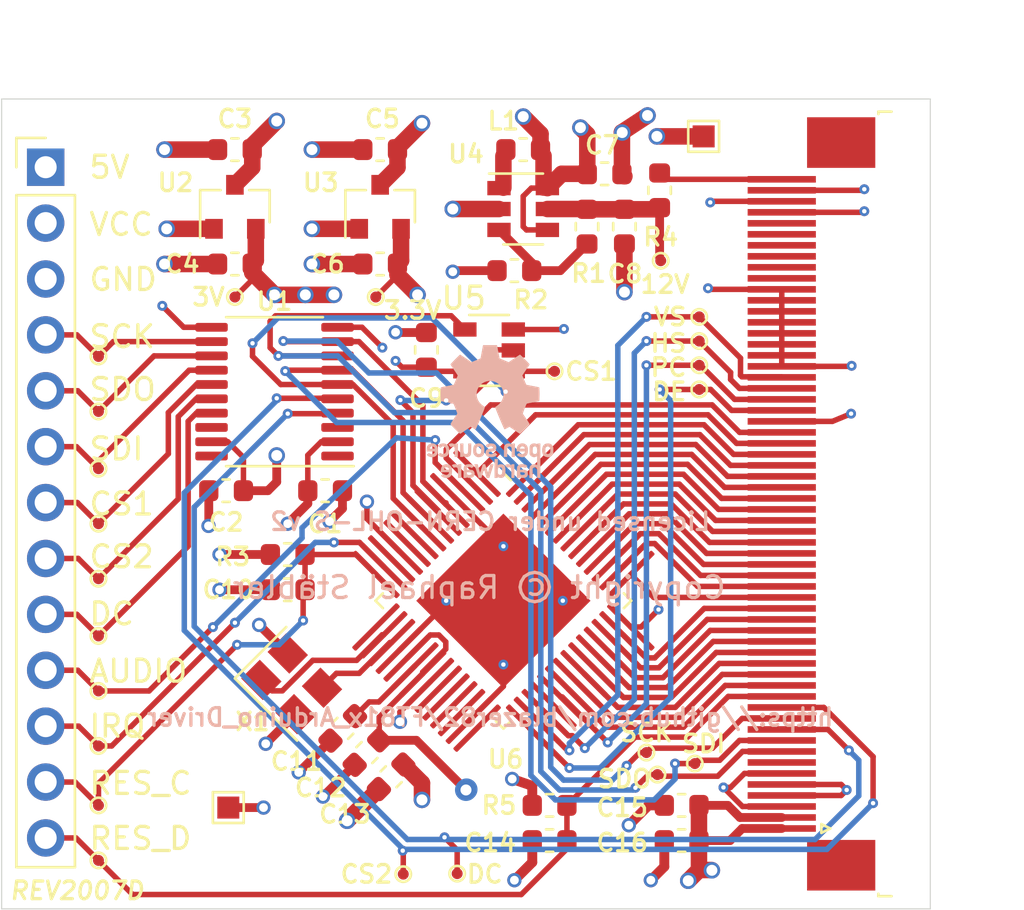
<source format=kicad_pcb>
(kicad_pcb (version 20171130) (host pcbnew "(5.1.6-0-10_14)")
  (layers (0 F.Cu signal) (1 In1.Cu power hide) (2 In2.Cu power hide) (31 B.Cu signal) (34 B.Paste user) (35 F.Paste user) (36 B.SilkS user hide) (37 F.SilkS user) (38 B.Mask user) (39 F.Mask user) (44 Edge.Cuts user))
  (net 0 "")
  (net 1 +3V0)
  (net 2 GND)
  (net 3 VCC)
  (net 4 +5V)
  (net 5 +3V3)
  (net 6 +12V)
  (net 7 "Net-(C11-Pad1)")
  (net 8 DISPRES)
  (net 9 CS1)
  (net 10 CS2)
  (net 11 DC)
  (net 12 AUDIO)
  (net 13 "Net-(L1-Pad2)")
  (net 14 "Net-(R1-Pad2)")
  (net 15 "Net-(R4-Pad1)")
  (net 16 "Net-(U1-Pad1)")
  (net 17 "Net-(U1-Pad3)")
  (net 18 DC_3V)
  (net 19 CS2_3V)
  (net 20 CS1_3V)
  (net 21 "Net-(U1-Pad18)")
  (net 22 "Net-(U1-Pad20)")
  (net 23 B1)
  (net 24 B0)
  (net 25 "Net-(U6-Pad9)")
  (net 26 "Net-(U6-Pad10)")
  (net 27 "Net-(U6-Pad12)")
  (net 28 "Net-(U6-Pad15)")
  (net 29 "Net-(U6-Pad16)")
  (net 30 "Net-(U6-Pad17)")
  (net 31 "Net-(U6-Pad23)")
  (net 32 "Net-(U6-Pad24)")
  (net 33 "Net-(U6-Pad25)")
  (net 34 "Net-(U6-Pad26)")
  (net 35 "Net-(U6-Pad28)")
  (net 36 DE)
  (net 37 VSYNC)
  (net 38 HSYNC)
  (net 39 "Net-(U6-Pad32)")
  (net 40 PCLK)
  (net 41 R7)
  (net 42 R6)
  (net 43 R5)
  (net 44 R4)
  (net 45 R3)
  (net 46 R2)
  (net 47 R1)
  (net 48 R0)
  (net 49 G7)
  (net 50 G6)
  (net 51 G5)
  (net 52 G4)
  (net 53 G3)
  (net 54 G2)
  (net 55 G1)
  (net 56 G0)
  (net 57 B7)
  (net 58 B6)
  (net 59 B5)
  (net 60 B4)
  (net 61 B3)
  (net 62 B2)
  (net 63 "Net-(U7-Pad7)")
  (net 64 "Net-(U7-Pad56)")
  (net 65 "Net-(U7-Pad55)")
  (net 66 "Net-(U7-Pad54)")
  (net 67 "Net-(U7-Pad53)")
  (net 68 "Net-(U7-Pad52)")
  (net 69 "Net-(U7-Pad51)")
  (net 70 FTRES)
  (net 71 IRQ)
  (net 72 SCK)
  (net 73 SDI)
  (net 74 SDO)
  (net 75 SCK_3V)
  (net 76 SDI_3V)
  (net 77 SDO_3V)
  (net 78 SDI_BUFFER)
  (module Symbol:OSHW-Logo_5.7x6mm_SilkScreen (layer B.Cu) (at 132.4 62.2 180)
    (fp_text reference REF** hide)
    (fp_text value OSHW-Logo_5.7x6mm_SilkScreen hide)
  )
  (module Capacitor_SMD:C_0603_1608Metric (layer F.Cu) (at 124.9 65.8)
    (fp_text reference C1 (at 0 1.5) (layer F.SilkS) (effects (font (size 0.8 0.8))))
    (fp_text value 100nF)
    (pad 1 smd roundrect (at -0.7875 0) (size 0.875 0.95) (layers F.Cu F.Paste F.Mask) (net 1 +3V0))
    (pad 2 smd roundrect (at 0.7875 0) (size 0.875 0.95) (layers F.Cu F.Paste F.Mask) (net 2 GND))
  )
  (module Capacitor_SMD:C_0603_1608Metric (layer F.Cu) (at 120.4 65.8 180)
    (fp_text reference C2 (at 0 -1.43) (layer F.SilkS) (effects (font (size 0.8 0.8))))
    (fp_text value 100nF)
    (pad 1 smd roundrect (at -0.7875 0 180) (size 0.875 0.95) (layers F.Cu F.Paste F.Mask) (net 3 VCC))
    (pad 2 smd roundrect (at 0.7875 0 180) (size 0.875 0.95) (layers F.Cu F.Paste F.Mask) (net 2 GND))
  )
  (module Capacitor_SMD:C_0603_1608Metric (layer F.Cu) (at 120.8 50.3 180)
    (fp_text reference C3 (at 0 1.4) (layer F.SilkS) (effects (font (size 0.8 0.8))))
    (fp_text value 10µF)
    (pad 2 smd roundrect (at 0.7875 0 180) (size 0.875 0.95) (layers F.Cu F.Paste F.Mask) (net 2 GND))
    (pad 1 smd roundrect (at -0.7875 0 180) (size 0.875 0.95) (layers F.Cu F.Paste F.Mask) (net 4 +5V))
  )
  (module Capacitor_SMD:C_0603_1608Metric (layer F.Cu) (at 120.8 55.5 180)
    (fp_text reference C4 (at 2.4 0) (layer F.SilkS) (effects (font (size 0.8 0.8))))
    (fp_text value 10µF)
    (pad 1 smd roundrect (at -0.7875 0 180) (size 0.875 0.95) (layers F.Cu F.Paste F.Mask) (net 1 +3V0))
    (pad 2 smd roundrect (at 0.7875 0 180) (size 0.875 0.95) (layers F.Cu F.Paste F.Mask) (net 2 GND))
  )
  (module Capacitor_SMD:C_0603_1608Metric (layer F.Cu) (at 127.4 50.3 180)
    (fp_text reference C5 (at -0.1 1.4) (layer F.SilkS) (effects (font (size 0.8 0.8))))
    (fp_text value 10µF)
    (pad 2 smd roundrect (at 0.7875 0 180) (size 0.875 0.95) (layers F.Cu F.Paste F.Mask) (net 2 GND))
    (pad 1 smd roundrect (at -0.7875 0 180) (size 0.875 0.95) (layers F.Cu F.Paste F.Mask) (net 4 +5V))
  )
  (module Capacitor_SMD:C_0603_1608Metric (layer F.Cu) (at 127.4 55.5 180)
    (fp_text reference C6 (at 2.4 0) (layer F.SilkS) (effects (font (size 0.8 0.8))))
    (fp_text value 10µF)
    (pad 1 smd roundrect (at -0.7875 0 180) (size 0.875 0.95) (layers F.Cu F.Paste F.Mask) (net 5 +3V3))
    (pad 2 smd roundrect (at 0.7875 0 180) (size 0.875 0.95) (layers F.Cu F.Paste F.Mask) (net 2 GND))
  )
  (module Capacitor_SMD:C_0603_1608Metric (layer F.Cu) (at 137.6 51.4)
    (fp_text reference C7 (at -0.1 -1.3) (layer F.SilkS) (effects (font (size 0.8 0.8))))
    (fp_text value 1µF)
    (pad 2 smd roundrect (at 0.7875 0) (size 0.875 0.95) (layers F.Cu F.Paste F.Mask) (net 2 GND))
    (pad 1 smd roundrect (at -0.7875 0) (size 0.875 0.95) (layers F.Cu F.Paste F.Mask) (net 4 +5V))
  )
  (module Capacitor_SMD:C_0603_1608Metric (layer F.Cu) (at 138.5 53.8 270)
    (fp_text reference C8 (at 2.15 -0.025 180) (layer F.SilkS) (effects (font (size 0.8 0.8))))
    (fp_text value 4.7µF)
    (pad 2 smd roundrect (at 0.7875 0 270) (size 0.875 0.95) (layers F.Cu F.Paste F.Mask) (net 2 GND))
    (pad 1 smd roundrect (at -0.7875 0 270) (size 0.875 0.95) (layers F.Cu F.Paste F.Mask) (net 6 +12V))
  )
  (module Capacitor_SMD:C_0603_1608Metric (layer F.Cu) (at 129.5 59.4 90)
    (fp_text reference C9 (at -2.2 0 180) (layer F.SilkS) (effects (font (size 0.8 0.8))))
    (fp_text value 100nF)
    (pad 1 smd roundrect (at -0.7875 0 90) (size 0.875 0.95) (layers F.Cu F.Paste F.Mask) (net 1 +3V0))
    (pad 2 smd roundrect (at 0.7875 0 90) (size 0.875 0.95) (layers F.Cu F.Paste F.Mask) (net 2 GND))
  )
  (module Capacitor_SMD:C_0603_1608Metric (layer F.Cu) (at 123.2 70.3 180)
    (fp_text reference C10 (at 2.7 0) (layer F.SilkS) (effects (font (size 0.8 0.8))))
    (fp_text value 100nF)
    (pad 2 smd roundrect (at 0.7875 0 180) (size 0.875 0.95) (layers F.Cu F.Paste F.Mask) (net 2 GND))
    (pad 1 smd roundrect (at -0.7875 0 180) (size 0.875 0.95) (layers F.Cu F.Paste F.Mask) (net 70 FTRES))
  )
  (module Capacitor_SMD:C_0603_1608Metric (layer F.Cu) (at 125.7 76.6 225)
    (fp_text reference C11 (at 2.545584 0.424264 180) (layer F.SilkS) (effects (font (size 0.8 0.8))))
    (fp_text value 4.7µF)
    (pad 1 smd roundrect (at -0.7875 0 225) (size 0.875 0.95) (layers F.Cu F.Paste F.Mask) (net 7 "Net-(C11-Pad1)"))
    (pad 2 smd roundrect (at 0.7875 0 225) (size 0.875 0.95) (layers F.Cu F.Paste F.Mask) (net 2 GND))
  )
  (module Capacitor_SMD:C_0603_1608Metric (layer F.Cu) (at 126.8 77.7 225)
    (fp_text reference C12 (at 2.616295 0.353553 180) (layer F.SilkS) (effects (font (size 0.8 0.8))))
    (fp_text value 10µF)
    (pad 1 smd roundrect (at -0.7875 0 225) (size 0.875 0.95) (layers F.Cu F.Paste F.Mask) (net 5 +3V3))
    (pad 2 smd roundrect (at 0.7875 0 225) (size 0.875 0.95) (layers F.Cu F.Paste F.Mask) (net 2 GND))
  )
  (module Capacitor_SMD:C_0603_1608Metric (layer F.Cu) (at 127.9 78.8 225)
    (fp_text reference C13 (at 2.687006 0.282843 180) (layer F.SilkS) (effects (font (size 0.8 0.8))))
    (fp_text value 100nF)
    (pad 2 smd roundrect (at 0.7875 0 225) (size 0.875 0.95) (layers F.Cu F.Paste F.Mask) (net 2 GND))
    (pad 1 smd roundrect (at -0.7875 0 225) (size 0.875 0.95) (layers F.Cu F.Paste F.Mask) (net 1 +3V0))
  )
  (module Capacitor_SMD:C_0603_1608Metric (layer F.Cu) (at 135.1 81.7)
    (fp_text reference C14 (at -2.7 0.1) (layer F.SilkS) (effects (font (size 0.8 0.8))))
    (fp_text value 1µF)
    (pad 2 smd roundrect (at 0.7875 0) (size 0.875 0.95) (layers F.Cu F.Paste F.Mask) (net 8 DISPRES))
    (pad 1 smd roundrect (at -0.7875 0) (size 0.875 0.95) (layers F.Cu F.Paste F.Mask) (net 1 +3V0))
  )
  (module Capacitor_SMD:C_0603_1608Metric (layer F.Cu) (at 141.1 80.1 180)
    (fp_text reference C15 (at 2.7 -0.1) (layer F.SilkS) (effects (font (size 0.8 0.8))))
    (fp_text value 100nF)
    (pad 1 smd roundrect (at -0.7875 0 180) (size 0.875 0.95) (layers F.Cu F.Paste F.Mask) (net 1 +3V0))
    (pad 2 smd roundrect (at 0.7875 0 180) (size 0.875 0.95) (layers F.Cu F.Paste F.Mask) (net 2 GND))
  )
  (module Capacitor_SMD:C_0603_1608Metric (layer F.Cu) (at 141.1 81.7 180)
    (fp_text reference C16 (at 2.7 -0.1) (layer F.SilkS) (effects (font (size 0.8 0.8))))
    (fp_text value 100nF)
    (pad 2 smd roundrect (at 0.7875 0 180) (size 0.875 0.95) (layers F.Cu F.Paste F.Mask) (net 2 GND))
    (pad 1 smd roundrect (at -0.7875 0 180) (size 0.875 0.95) (layers F.Cu F.Paste F.Mask) (net 1 +3V0))
  )
  (module Inductor_SMD:L_0603_1608Metric (layer F.Cu) (at 133.9 50.3 180)
    (fp_text reference L1 (at 0.9 1.3) (layer F.SilkS) (effects (font (size 0.8 0.8))))
    (fp_text value 10µH)
    (pad 1 smd roundrect (at -0.7875 0 180) (size 0.875 0.95) (layers F.Cu F.Paste F.Mask) (net 4 +5V))
    (pad 2 smd roundrect (at 0.7875 0 180) (size 0.875 0.95) (layers F.Cu F.Paste F.Mask) (net 13 "Net-(L1-Pad2)"))
  )
  (module Resistor_SMD:R_0603_1608Metric (layer F.Cu) (at 136.8 53.8 270)
    (fp_text reference R1 (at 2.125 -0.075 180) (layer F.SilkS) (effects (font (size 0.8 0.8))))
    (fp_text value 1M)
    (pad 2 smd roundrect (at 0.7875 0 270) (size 0.875 0.95) (layers F.Cu F.Paste F.Mask) (net 14 "Net-(R1-Pad2)"))
    (pad 1 smd roundrect (at -0.7875 0 270) (size 0.875 0.95) (layers F.Cu F.Paste F.Mask) (net 6 +12V))
  )
  (module Resistor_SMD:R_0603_1608Metric (layer F.Cu) (at 133.5 55.8 180)
    (fp_text reference R2 (at -0.75 -1.325) (layer F.SilkS) (effects (font (size 0.8 0.8))))
    (fp_text value 71.5k)
    (pad 1 smd roundrect (at -0.7875 0 180) (size 0.875 0.95) (layers F.Cu F.Paste F.Mask) (net 14 "Net-(R1-Pad2)"))
    (pad 2 smd roundrect (at 0.7875 0 180) (size 0.875 0.95) (layers F.Cu F.Paste F.Mask) (net 2 GND))
  )
  (module Resistor_SMD:R_0603_1608Metric (layer F.Cu) (at 123.2 68.7 180)
    (fp_text reference R3 (at 2.5 -0.1) (layer F.SilkS) (effects (font (size 0.8 0.8))))
    (fp_text value 47k)
    (pad 1 smd roundrect (at -0.7875 0 180) (size 0.875 0.95) (layers F.Cu F.Paste F.Mask) (net 70 FTRES))
    (pad 2 smd roundrect (at 0.7875 0 180) (size 0.875 0.95) (layers F.Cu F.Paste F.Mask) (net 1 +3V0))
  )
  (module Resistor_SMD:R_0603_1608Metric (layer F.Cu) (at 140.1 52.15 270)
    (fp_text reference R4 (at 2.125 -0.05 180) (layer F.SilkS) (effects (font (size 0.8 0.8))))
    (fp_text value 100)
    (pad 2 smd roundrect (at 0.7875 0 270) (size 0.875 0.95) (layers F.Cu F.Paste F.Mask) (net 6 +12V))
    (pad 1 smd roundrect (at -0.7875 0 270) (size 0.875 0.95) (layers F.Cu F.Paste F.Mask) (net 15 "Net-(R4-Pad1)"))
  )
  (module Resistor_SMD:R_0603_1608Metric (layer F.Cu) (at 135.1 80.1 180)
    (fp_text reference R5 (at 2.3 0) (layer F.SilkS) (effects (font (size 0.8 0.8))))
    (fp_text value 47k)
    (pad 1 smd roundrect (at -0.7875 0 180) (size 0.875 0.95) (layers F.Cu F.Paste F.Mask) (net 8 DISPRES))
    (pad 2 smd roundrect (at 0.7875 0 180) (size 0.875 0.95) (layers F.Cu F.Paste F.Mask) (net 2 GND))
  )
  (module Package_SO:TSSOP-20_4.4x6.5mm_P0.65mm (layer F.Cu) (at 122.6 61.3 180)
    (fp_text reference U1 (at 0 4.1) (layer F.SilkS) (effects (font (size 0.8 0.8))))
    (fp_text value TXS0108E)
    (pad 1 smd roundrect (at -2.8625 -2.925 180) (size 1.475 0.4) (layers F.Cu F.Paste F.Mask) (net 16 "Net-(U1-Pad1)"))
    (pad 2 smd roundrect (at -2.8625 -2.275 180) (size 1.475 0.4) (layers F.Cu F.Paste F.Mask) (net 1 +3V0))
    (pad 3 smd roundrect (at -2.8625 -1.625 180) (size 1.475 0.4) (layers F.Cu F.Paste F.Mask) (net 17 "Net-(U1-Pad3)"))
    (pad 4 smd roundrect (at -2.8625 -0.975 180) (size 1.475 0.4) (layers F.Cu F.Paste F.Mask) (net 18 DC_3V))
    (pad 5 smd roundrect (at -2.8625 -0.325 180) (size 1.475 0.4) (layers F.Cu F.Paste F.Mask) (net 19 CS2_3V))
    (pad 6 smd roundrect (at -2.8625 0.325 180) (size 1.475 0.4) (layers F.Cu F.Paste F.Mask) (net 20 CS1_3V))
    (pad 7 smd roundrect (at -2.8625 0.975 180) (size 1.475 0.4) (layers F.Cu F.Paste F.Mask) (net 77 SDO_3V))
    (pad 8 smd roundrect (at -2.8625 1.625 180) (size 1.475 0.4) (layers F.Cu F.Paste F.Mask) (net 76 SDI_3V))
    (pad 9 smd roundrect (at -2.8625 2.275 180) (size 1.475 0.4) (layers F.Cu F.Paste F.Mask) (net 75 SCK_3V))
    (pad 10 smd roundrect (at -2.8625 2.925 180) (size 1.475 0.4) (layers F.Cu F.Paste F.Mask) (net 1 +3V0))
    (pad 11 smd roundrect (at 2.8625 2.925 180) (size 1.475 0.4) (layers F.Cu F.Paste F.Mask) (net 2 GND))
    (pad 12 smd roundrect (at 2.8625 2.275 180) (size 1.475 0.4) (layers F.Cu F.Paste F.Mask) (net 72 SCK))
    (pad 13 smd roundrect (at 2.8625 1.625 180) (size 1.475 0.4) (layers F.Cu F.Paste F.Mask) (net 73 SDI))
    (pad 14 smd roundrect (at 2.8625 0.975 180) (size 1.475 0.4) (layers F.Cu F.Paste F.Mask) (net 74 SDO))
    (pad 15 smd roundrect (at 2.8625 0.325 180) (size 1.475 0.4) (layers F.Cu F.Paste F.Mask) (net 9 CS1))
    (pad 16 smd roundrect (at 2.8625 -0.325 180) (size 1.475 0.4) (layers F.Cu F.Paste F.Mask) (net 10 CS2))
    (pad 17 smd roundrect (at 2.8625 -0.975 180) (size 1.475 0.4) (layers F.Cu F.Paste F.Mask) (net 11 DC))
    (pad 18 smd roundrect (at 2.8625 -1.625 180) (size 1.475 0.4) (layers F.Cu F.Paste F.Mask) (net 21 "Net-(U1-Pad18)"))
    (pad 19 smd roundrect (at 2.8625 -2.275 180) (size 1.475 0.4) (layers F.Cu F.Paste F.Mask) (net 3 VCC))
    (pad 20 smd roundrect (at 2.8625 -2.925 180) (size 1.475 0.4) (layers F.Cu F.Paste F.Mask) (net 22 "Net-(U1-Pad20)"))
  )
  (module Package_TO_SOT_SMD:SOT-23 (layer F.Cu) (at 120.8 52.9 90)
    (fp_text reference U2 (at 1.1 -2.7 180) (layer F.SilkS) (effects (font (size 0.8 0.8))))
    (fp_text value ME6210)
    (pad 3 smd rect (at 1 0 90) (size 0.9 0.8) (layers F.Cu F.Paste F.Mask) (net 4 +5V))
    (pad 2 smd rect (at -1 0.95 90) (size 0.9 0.8) (layers F.Cu F.Paste F.Mask) (net 1 +3V0))
    (pad 1 smd rect (at -1 -0.95 90) (size 0.9 0.8) (layers F.Cu F.Paste F.Mask) (net 2 GND))
  )
  (module Package_TO_SOT_SMD:SOT-23 (layer F.Cu) (at 127.4 52.9 90)
    (fp_text reference U3 (at 1.1 -2.7 180) (layer F.SilkS) (effects (font (size 0.8 0.8))))
    (fp_text value ME6210)
    (pad 1 smd rect (at -1 -0.95 90) (size 0.9 0.8) (layers F.Cu F.Paste F.Mask) (net 2 GND))
    (pad 2 smd rect (at -1 0.95 90) (size 0.9 0.8) (layers F.Cu F.Paste F.Mask) (net 5 +3V3))
    (pad 3 smd rect (at 1 0 90) (size 0.9 0.8) (layers F.Cu F.Paste F.Mask) (net 4 +5V))
  )
  (module Package_TO_SOT_SMD:SOT-23-6 (layer F.Cu) (at 133.9 53)
    (fp_text reference U4 (at -2.6 -2.5) (layer F.SilkS) (effects (font (size 0.8 0.8))))
    (fp_text value TLV61046ADB)
    (pad 1 smd rect (at -1.1 -0.95) (size 1.06 0.65) (layers F.Cu F.Paste F.Mask) (net 13 "Net-(L1-Pad2)"))
    (pad 2 smd rect (at -1.1 0) (size 1.06 0.65) (layers F.Cu F.Paste F.Mask) (net 2 GND))
    (pad 3 smd rect (at -1.1 0.95) (size 1.06 0.65) (layers F.Cu F.Paste F.Mask) (net 14 "Net-(R1-Pad2)"))
    (pad 4 smd rect (at 1.1 0.95) (size 1.06 0.65) (layers F.Cu F.Paste F.Mask) (net 4 +5V))
    (pad 6 smd rect (at 1.1 -0.95) (size 1.06 0.65) (layers F.Cu F.Paste F.Mask) (net 4 +5V))
    (pad 5 smd rect (at 1.1 0) (size 1.06 0.65) (layers F.Cu F.Paste F.Mask) (net 6 +12V))
  )
  (module Package_DFN_QFN:QFN-56-1EP_8x8mm_P0.5mm_EP5.6x5.6mm_HandSolder (layer F.Cu) (at 133 70.8 315)
    (fp_text reference U6 (at 5.16188 5.020458) (layer F.SilkS) (effects (font (size 0.8 0.8))))
    (fp_text value FT813)
    (pad 1 smd roundrect (at -4.9375 -3.25 315) (size 2.875 0.25) (layers F.Cu F.Paste F.Mask) (net 23 B1))
    (pad 2 smd roundrect (at -4.9375 -2.75 315) (size 2.875 0.25) (layers F.Cu F.Paste F.Mask) (net 24 B0))
    (pad 3 smd roundrect (at -4.9375 -2.25 315) (size 2.875 0.25) (layers F.Cu F.Paste F.Mask) (net 12 AUDIO))
    (pad 4 smd roundrect (at -4.9375 -1.75 315) (size 2.875 0.25) (layers F.Cu F.Paste F.Mask) (net 2 GND))
    (pad 5 smd roundrect (at -4.9375 -1.25 315) (size 2.875 0.25) (layers F.Cu F.Paste F.Mask) (net 75 SCK_3V))
    (pad 6 smd roundrect (at -4.9375 -0.75 315) (size 2.875 0.25) (layers F.Cu F.Paste F.Mask) (net 78 SDI_BUFFER))
    (pad 7 smd roundrect (at -4.9375 -0.25 315) (size 2.875 0.25) (layers F.Cu F.Paste F.Mask) (net 77 SDO_3V))
    (pad 8 smd roundrect (at -4.9375 0.25 315) (size 2.875 0.25) (layers F.Cu F.Paste F.Mask) (net 20 CS1_3V))
    (pad 9 smd roundrect (at -4.9375 0.75 315) (size 2.875 0.25) (layers F.Cu F.Paste F.Mask) (net 25 "Net-(U6-Pad9)"))
    (pad 10 smd roundrect (at -4.9375 1.25 315) (size 2.875 0.25) (layers F.Cu F.Paste F.Mask) (net 26 "Net-(U6-Pad10)"))
    (pad 11 smd roundrect (at -4.9375 1.75 315) (size 2.875 0.25) (layers F.Cu F.Paste F.Mask) (net 1 +3V0))
    (pad 12 smd roundrect (at -4.9375 2.25 315) (size 2.875 0.25) (layers F.Cu F.Paste F.Mask) (net 27 "Net-(U6-Pad12)"))
    (pad 13 smd roundrect (at -4.9375 2.75 315) (size 2.875 0.25) (layers F.Cu F.Paste F.Mask) (net 71 IRQ))
    (pad 14 smd roundrect (at -4.9375 3.25 315) (size 2.875 0.25) (layers F.Cu F.Paste F.Mask) (net 70 FTRES))
    (pad 15 smd roundrect (at -3.25 4.9375 315) (size 0.25 2.875) (layers F.Cu F.Paste F.Mask) (net 28 "Net-(U6-Pad15)"))
    (pad 16 smd roundrect (at -2.75 4.9375 315) (size 0.25 2.875) (layers F.Cu F.Paste F.Mask) (net 29 "Net-(U6-Pad16)"))
    (pad 17 smd roundrect (at -2.25 4.9375 315) (size 0.25 2.875) (layers F.Cu F.Paste F.Mask) (net 30 "Net-(U6-Pad17)"))
    (pad 18 smd roundrect (at -1.75 4.9375 315) (size 0.25 2.875) (layers F.Cu F.Paste F.Mask) (net 2 GND))
    (pad 19 smd roundrect (at -1.25 4.9375 315) (size 0.25 2.875) (layers F.Cu F.Paste F.Mask) (net 5 +3V3))
    (pad 20 smd roundrect (at -0.75 4.9375 315) (size 0.25 2.875) (layers F.Cu F.Paste F.Mask) (net 7 "Net-(C11-Pad1)"))
    (pad 21 smd roundrect (at -0.25 4.9375 315) (size 0.25 2.875) (layers F.Cu F.Paste F.Mask) (net 5 +3V3))
    (pad 22 smd roundrect (at 0.25 4.9375 315) (size 0.25 2.875) (layers F.Cu F.Paste F.Mask) (net 1 +3V0))
    (pad 23 smd roundrect (at 0.75 4.9375 315) (size 0.25 2.875) (layers F.Cu F.Paste F.Mask) (net 31 "Net-(U6-Pad23)"))
    (pad 24 smd roundrect (at 1.25 4.9375 315) (size 0.25 2.875) (layers F.Cu F.Paste F.Mask) (net 32 "Net-(U6-Pad24)"))
    (pad 25 smd roundrect (at 1.75 4.9375 315) (size 0.25 2.875) (layers F.Cu F.Paste F.Mask) (net 33 "Net-(U6-Pad25)"))
    (pad 26 smd roundrect (at 2.25 4.9375 315) (size 0.25 2.875) (layers F.Cu F.Paste F.Mask) (net 34 "Net-(U6-Pad26)"))
    (pad 27 smd roundrect (at 2.75 4.9375 315) (size 0.25 2.875) (layers F.Cu F.Paste F.Mask) (net 2 GND))
    (pad 28 smd roundrect (at 3.25 4.9375 315) (size 0.25 2.875) (layers F.Cu F.Paste F.Mask) (net 35 "Net-(U6-Pad28)"))
    (pad 29 smd roundrect (at 4.9375 3.25 315) (size 2.875 0.25) (layers F.Cu F.Paste F.Mask) (net 36 DE))
    (pad 30 smd roundrect (at 4.9375 2.75 315) (size 2.875 0.25) (layers F.Cu F.Paste F.Mask) (net 37 VSYNC))
    (pad 31 smd roundrect (at 4.9375 2.25 315) (size 2.875 0.25) (layers F.Cu F.Paste F.Mask) (net 38 HSYNC))
    (pad 32 smd roundrect (at 4.9375 1.75 315) (size 2.875 0.25) (layers F.Cu F.Paste F.Mask) (net 39 "Net-(U6-Pad32)"))
    (pad 33 smd roundrect (at 4.9375 1.25 315) (size 2.875 0.25) (layers F.Cu F.Paste F.Mask) (net 40 PCLK))
    (pad 34 smd roundrect (at 4.9375 0.75 315) (size 2.875 0.25) (layers F.Cu F.Paste F.Mask) (net 41 R7))
    (pad 35 smd roundrect (at 4.9375 0.25 315) (size 2.875 0.25) (layers F.Cu F.Paste F.Mask) (net 42 R6))
    (pad 36 smd roundrect (at 4.9375 -0.25 315) (size 2.875 0.25) (layers F.Cu F.Paste F.Mask) (net 43 R5))
    (pad 37 smd roundrect (at 4.9375 -0.75 315) (size 2.875 0.25) (layers F.Cu F.Paste F.Mask) (net 44 R4))
    (pad 38 smd roundrect (at 4.9375 -1.25 315) (size 2.875 0.25) (layers F.Cu F.Paste F.Mask) (net 45 R3))
    (pad 39 smd roundrect (at 4.9375 -1.75 315) (size 2.875 0.25) (layers F.Cu F.Paste F.Mask) (net 46 R2))
    (pad 40 smd roundrect (at 4.9375 -2.25 315) (size 2.875 0.25) (layers F.Cu F.Paste F.Mask) (net 47 R1))
    (pad 41 smd roundrect (at 4.9375 -2.75 315) (size 2.875 0.25) (layers F.Cu F.Paste F.Mask) (net 48 R0))
    (pad 42 smd roundrect (at 4.9375 -3.25 315) (size 2.875 0.25) (layers F.Cu F.Paste F.Mask) (net 2 GND))
    (pad 43 smd roundrect (at 3.25 -4.9375 315) (size 0.25 2.875) (layers F.Cu F.Paste F.Mask) (net 49 G7))
    (pad 44 smd roundrect (at 2.75 -4.9375 315) (size 0.25 2.875) (layers F.Cu F.Paste F.Mask) (net 50 G6))
    (pad 45 smd roundrect (at 2.25 -4.9375 315) (size 0.25 2.875) (layers F.Cu F.Paste F.Mask) (net 51 G5))
    (pad 46 smd roundrect (at 1.75 -4.9375 315) (size 0.25 2.875) (layers F.Cu F.Paste F.Mask) (net 52 G4))
    (pad 47 smd roundrect (at 1.25 -4.9375 315) (size 0.25 2.875) (layers F.Cu F.Paste F.Mask) (net 53 G3))
    (pad 48 smd roundrect (at 0.75 -4.9375 315) (size 0.25 2.875) (layers F.Cu F.Paste F.Mask) (net 54 G2))
    (pad 49 smd roundrect (at 0.25 -4.9375 315) (size 0.25 2.875) (layers F.Cu F.Paste F.Mask) (net 55 G1))
    (pad 50 smd roundrect (at -0.25 -4.9375 315) (size 0.25 2.875) (layers F.Cu F.Paste F.Mask) (net 56 G0))
    (pad 51 smd roundrect (at -0.75 -4.9375 315) (size 0.25 2.875) (layers F.Cu F.Paste F.Mask) (net 57 B7))
    (pad 52 smd roundrect (at -1.25 -4.9375 315) (size 0.25 2.875) (layers F.Cu F.Paste F.Mask) (net 58 B6))
    (pad 53 smd roundrect (at -1.75 -4.9375 315) (size 0.25 2.875) (layers F.Cu F.Paste F.Mask) (net 59 B5))
    (pad 54 smd roundrect (at -2.25 -4.9375 315) (size 0.25 2.875) (layers F.Cu F.Paste F.Mask) (net 60 B4))
    (pad 55 smd roundrect (at -2.75 -4.9375 315) (size 0.25 2.875) (layers F.Cu F.Paste F.Mask) (net 61 B3))
    (pad 56 smd roundrect (at -3.25 -4.9375 315) (size 0.25 2.875) (layers F.Cu F.Paste F.Mask) (net 62 B2))
    (pad 57 smd rect (at 0 0 315) (size 5.6 5.6) (layers F.Cu F.Mask) (net 2 GND))
  )
  (module Crystal:Crystal_SMD_3225-4Pin_3.2x2.5mm (layer F.Cu) (at 123.378858 74.576777 315)
    (fp_text reference X1 (at -0.03934 2.476345) (layer F.SilkS) (effects (font (size 0.8 0.8))))
    (fp_text value YSX321SL)
    (pad 1 smd rect (at -1.1 0.85 315) (size 1.4 1.2) (layers F.Cu F.Paste F.Mask) (net 29 "Net-(U6-Pad16)"))
    (pad 2 smd rect (at 1.1 0.85 315) (size 1.4 1.2) (layers F.Cu F.Paste F.Mask) (net 2 GND))
    (pad 3 smd rect (at 1.1 -0.85 315) (size 1.4 1.2) (layers F.Cu F.Paste F.Mask) (net 30 "Net-(U6-Pad17)"))
    (pad 4 smd rect (at -1.1 -0.85 315) (size 1.4 1.2) (layers F.Cu F.Paste F.Mask) (net 2 GND))
  )
  (module TestPoint:TestPoint_Pad_D0.5mm (layer F.Cu) (at 140.15 55.35)
    (fp_text reference TP1 hide)
    (fp_text value TestPoint)
    (pad 1 smd circle (at 0 0) (size 0.5 0.5) (layers F.Cu F.Mask) (net 6 +12V))
  )
  (module TestPoint:TestPoint_Pad_D0.5mm (layer F.Cu) (at 127.2 57)
    (fp_text reference TP2 hide)
    (fp_text value TestPoint)
    (pad 1 smd circle (at 0 0) (size 0.5 0.5) (layers F.Cu F.Mask) (net 5 +3V3))
  )
  (module TestPoint:TestPoint_Pad_D0.5mm (layer F.Cu) (at 120.8 57)
    (fp_text reference TP3 hide)
    (fp_text value TestPoint)
    (pad 1 smd circle (at 0 0) (size 0.5 0.5) (layers F.Cu F.Mask) (net 1 +3V0))
  )
  (module TestPoint:TestPoint_Pad_1.0x1.0mm (layer F.Cu) (at 120.5 80.2)
    (fp_text reference TP4 hide)
    (fp_text value TestPoint)
    (pad 1 smd rect (at 0 0) (size 1 1) (layers F.Cu F.Mask) (net 2 GND))
  )
  (module TestPoint:TestPoint_Pad_1.0x1.0mm (layer F.Cu) (at 142.1 49.7)
    (fp_text reference TP5 hide)
    (fp_text value TestPoint)
    (pad 1 smd rect (at 0 0) (size 1 1) (layers F.Cu F.Mask) (net 2 GND))
  )
  (module TestPoint:TestPoint_Pad_D0.5mm (layer F.Cu) (at 114.6 59.7)
    (fp_text reference TP6 hide)
    (fp_text value TestPoint)
    (pad 1 smd circle (at 0 0) (size 0.5 0.5) (layers F.Cu F.Mask) (net 72 SCK))
  )
  (module TestPoint:TestPoint_Pad_D0.5mm (layer F.Cu) (at 139.5 77.7)
    (fp_text reference TP7 hide)
    (fp_text value TestPoint)
    (pad 1 smd circle (at 0 0) (size 0.5 0.5) (layers F.Cu F.Mask) (net 75 SCK_3V))
  )
  (module TestPoint:TestPoint_Pad_D0.5mm (layer F.Cu) (at 114.6 67.3)
    (fp_text reference TP8 hide)
    (fp_text value TestPoint)
    (pad 1 smd circle (at 0 0) (size 0.5 0.5) (layers F.Cu F.Mask) (net 9 CS1))
  )
  (module TestPoint:TestPoint_Pad_D0.5mm (layer F.Cu) (at 135.325 60.375)
    (fp_text reference TP9 hide)
    (fp_text value TestPoint)
    (pad 1 smd circle (at 0 0) (size 0.5 0.5) (layers F.Cu F.Mask) (net 20 CS1_3V))
  )
  (module TestPoint:TestPoint_Pad_D0.5mm (layer F.Cu) (at 114.6 69.8)
    (fp_text reference TP10 hide)
    (fp_text value TestPoint)
    (pad 1 smd circle (at 0 0) (size 0.5 0.5) (layers F.Cu F.Mask) (net 10 CS2))
  )
  (module TestPoint:TestPoint_Pad_D0.5mm (layer F.Cu) (at 128.45 83.225)
    (fp_text reference TP11 hide)
    (fp_text value TestPoint)
    (pad 1 smd circle (at 0 0) (size 0.5 0.5) (layers F.Cu F.Mask) (net 19 CS2_3V))
  )
  (module TestPoint:TestPoint_Pad_D0.5mm (layer F.Cu) (at 114.6 72.4)
    (fp_text reference TP12 hide)
    (fp_text value TestPoint)
    (pad 1 smd circle (at 0 0) (size 0.5 0.5) (layers F.Cu F.Mask) (net 11 DC))
  )
  (module TestPoint:TestPoint_Pad_D0.5mm (layer F.Cu) (at 130.9 83.2)
    (fp_text reference TP13 hide)
    (fp_text value TestPoint)
    (pad 1 smd circle (at 0 0) (size 0.5 0.5) (layers F.Cu F.Mask) (net 18 DC_3V))
  )
  (module TestPoint:TestPoint_Pad_D0.5mm (layer F.Cu) (at 114.6 62.2)
    (fp_text reference TP14 hide)
    (fp_text value TestPoint)
    (pad 1 smd circle (at 0 0) (size 0.5 0.5) (layers F.Cu F.Mask) (net 73 SDI))
  )
  (module TestPoint:TestPoint_Pad_D0.5mm (layer F.Cu) (at 140 78.7)
    (fp_text reference TP15 hide)
    (fp_text value TestPoint)
    (pad 1 smd circle (at 0 0) (size 0.5 0.5) (layers F.Cu F.Mask) (net 76 SDI_3V))
  )
  (module TestPoint:TestPoint_Pad_D0.5mm (layer F.Cu) (at 114.6 64.8)
    (fp_text reference TP16 hide)
    (fp_text value TestPoint)
    (pad 1 smd circle (at 0 0) (size 0.5 0.5) (layers F.Cu F.Mask) (net 74 SDO))
  )
  (module TestPoint:TestPoint_Pad_D0.5mm (layer F.Cu) (at 141.7 78.2)
    (fp_text reference TP17 hide)
    (fp_text value TestPoint)
    (pad 1 smd circle (at 0 0) (size 0.5 0.5) (layers F.Cu F.Mask) (net 77 SDO_3V))
  )
  (module TestPoint:TestPoint_Pad_D0.5mm (layer F.Cu) (at 141.9 61.2)
    (fp_text reference TP18 hide)
    (fp_text value TestPoint)
    (pad 1 smd circle (at 0 0) (size 0.5 0.5) (layers F.Cu F.Mask) (net 36 DE))
  )
  (module TestPoint:TestPoint_Pad_D0.5mm (layer F.Cu) (at 114.6 82.6)
    (fp_text reference TP19 hide)
    (fp_text value TestPoint)
    (pad 1 smd circle (at 0 0) (size 0.5 0.5) (layers F.Cu F.Mask) (net 8 DISPRES))
  )
  (module TestPoint:TestPoint_Pad_D0.5mm (layer F.Cu) (at 141.9 59)
    (fp_text reference TP20 hide)
    (fp_text value TestPoint)
    (pad 1 smd circle (at 0 0) (size 0.5 0.5) (layers F.Cu F.Mask) (net 38 HSYNC))
  )
  (module TestPoint:TestPoint_Pad_D0.5mm (layer F.Cu) (at 114.6 74.9)
    (fp_text reference TP21 hide)
    (fp_text value TestPoint)
    (pad 1 smd circle (at 0 0) (size 0.5 0.5) (layers F.Cu F.Mask) (net 12 AUDIO))
  )
  (module TestPoint:TestPoint_Pad_D0.5mm (layer F.Cu) (at 141.9 57.9)
    (fp_text reference TP22 hide)
    (fp_text value TestPoint)
    (pad 1 smd circle (at 0 0) (size 0.5 0.5) (layers F.Cu F.Mask) (net 37 VSYNC))
  )
  (module TestPoint:TestPoint_Pad_D0.5mm (layer F.Cu) (at 141.9 60.1)
    (fp_text reference TP23 hide)
    (fp_text value TestPoint)
    (pad 1 smd circle (at 0 0) (size 0.5 0.5) (layers F.Cu F.Mask) (net 40 PCLK))
  )
  (module Connector_FFC-FPC:TE_5-1734839-0_1x60-1MP_P0.5mm_Horizontal_HandSolder (layer F.Cu) (at 148 66.4 90)
    (fp_text reference U7 hide)
    (fp_text value ER-TFT040-2)
    (pad 1 smd rect (at -14.75 -2.35 90) (size 0.3 3.1) (layers F.Cu F.Paste F.Mask) (net 1 +3V0))
    (pad 2 smd rect (at -14.25 -2.35 90) (size 0.3 3.1) (layers F.Cu F.Paste F.Mask) (net 1 +3V0))
    (pad 3 smd rect (at -13.75 -2.35 90) (size 0.3 3.1) (layers F.Cu F.Paste F.Mask) (net 1 +3V0))
    (pad 4 smd rect (at -13.25 -2.35 90) (size 0.3 3.1) (layers F.Cu F.Paste F.Mask) (net 2 GND))
    (pad 5 smd rect (at -12.75 -2.35 90) (size 0.3 3.1) (layers F.Cu F.Paste F.Mask) (net 2 GND))
    (pad 6 smd rect (at -12.25 -2.35 90) (size 0.3 3.1) (layers F.Cu F.Paste F.Mask) (net 1 +3V0))
    (pad 7 smd rect (at -11.75 -2.35 90) (size 0.3 3.1) (layers F.Cu F.Paste F.Mask) (net 63 "Net-(U7-Pad7)"))
    (pad 8 smd rect (at -11.25 -2.35 90) (size 0.3 3.1) (layers F.Cu F.Paste F.Mask) (net 76 SDI_3V))
    (pad 9 smd rect (at -10.75 -2.35 90) (size 0.3 3.1) (layers F.Cu F.Paste F.Mask) (net 77 SDO_3V))
    (pad 10 smd rect (at -10.25 -2.35 90) (size 0.3 3.1) (layers F.Cu F.Paste F.Mask) (net 18 DC_3V))
    (pad 11 smd rect (at -9.75 -2.35 90) (size 0.3 3.1) (layers F.Cu F.Paste F.Mask) (net 75 SCK_3V))
    (pad 12 smd rect (at -9.25 -2.35 90) (size 0.3 3.1) (layers F.Cu F.Paste F.Mask) (net 19 CS2_3V))
    (pad 13 smd rect (at -8.75 -2.35 90) (size 0.3 3.1) (layers F.Cu F.Paste F.Mask) (net 8 DISPRES))
    (pad 14 smd rect (at -8.25 -2.35 90) (size 0.3 3.1) (layers F.Cu F.Paste F.Mask) (net 41 R7))
    (pad 15 smd rect (at -7.75 -2.35 90) (size 0.3 3.1) (layers F.Cu F.Paste F.Mask) (net 42 R6))
    (pad 16 smd rect (at -7.25 -2.35 90) (size 0.3 3.1) (layers F.Cu F.Paste F.Mask) (net 43 R5))
    (pad 17 smd rect (at -6.75 -2.35 90) (size 0.3 3.1) (layers F.Cu F.Paste F.Mask) (net 44 R4))
    (pad 18 smd rect (at -6.25 -2.35 90) (size 0.3 3.1) (layers F.Cu F.Paste F.Mask) (net 45 R3))
    (pad 19 smd rect (at -5.75 -2.35 90) (size 0.3 3.1) (layers F.Cu F.Paste F.Mask) (net 46 R2))
    (pad 20 smd rect (at -5.25 -2.35 90) (size 0.3 3.1) (layers F.Cu F.Paste F.Mask) (net 47 R1))
    (pad 21 smd rect (at -4.75 -2.35 90) (size 0.3 3.1) (layers F.Cu F.Paste F.Mask) (net 48 R0))
    (pad 22 smd rect (at -4.25 -2.35 90) (size 0.3 3.1) (layers F.Cu F.Paste F.Mask) (net 49 G7))
    (pad 23 smd rect (at -3.75 -2.35 90) (size 0.3 3.1) (layers F.Cu F.Paste F.Mask) (net 50 G6))
    (pad 24 smd rect (at -3.25 -2.35 90) (size 0.3 3.1) (layers F.Cu F.Paste F.Mask) (net 51 G5))
    (pad 25 smd rect (at -2.75 -2.35 90) (size 0.3 3.1) (layers F.Cu F.Paste F.Mask) (net 52 G4))
    (pad 26 smd rect (at -2.25 -2.35 90) (size 0.3 3.1) (layers F.Cu F.Paste F.Mask) (net 53 G3))
    (pad 27 smd rect (at -1.75 -2.35 90) (size 0.3 3.1) (layers F.Cu F.Paste F.Mask) (net 54 G2))
    (pad 28 smd rect (at -1.25 -2.35 90) (size 0.3 3.1) (layers F.Cu F.Paste F.Mask) (net 55 G1))
    (pad 29 smd rect (at -0.75 -2.35 90) (size 0.3 3.1) (layers F.Cu F.Paste F.Mask) (net 56 G0))
    (pad 30 smd rect (at -0.25 -2.35 90) (size 0.3 3.1) (layers F.Cu F.Paste F.Mask) (net 57 B7))
    (pad 31 smd rect (at 0.25 -2.35 90) (size 0.3 3.1) (layers F.Cu F.Paste F.Mask) (net 58 B6))
    (pad 32 smd rect (at 0.75 -2.35 90) (size 0.3 3.1) (layers F.Cu F.Paste F.Mask) (net 59 B5))
    (pad 33 smd rect (at 1.25 -2.35 90) (size 0.3 3.1) (layers F.Cu F.Paste F.Mask) (net 60 B4))
    (pad 34 smd rect (at 1.75 -2.35 90) (size 0.3 3.1) (layers F.Cu F.Paste F.Mask) (net 61 B3))
    (pad 35 smd rect (at 2.25 -2.35 90) (size 0.3 3.1) (layers F.Cu F.Paste F.Mask) (net 62 B2))
    (pad 36 smd rect (at 2.75 -2.35 90) (size 0.3 3.1) (layers F.Cu F.Paste F.Mask) (net 23 B1))
    (pad 37 smd rect (at 3.25 -2.35 90) (size 0.3 3.1) (layers F.Cu F.Paste F.Mask) (net 24 B0))
    (pad 38 smd rect (at 3.75 -2.35 90) (size 0.3 3.1) (layers F.Cu F.Paste F.Mask) (net 2 GND))
    (pad 39 smd rect (at 4.25 -2.35 90) (size 0.3 3.1) (layers F.Cu F.Paste F.Mask) (net 36 DE))
    (pad 40 smd rect (at 4.75 -2.35 90) (size 0.3 3.1) (layers F.Cu F.Paste F.Mask) (net 40 PCLK))
    (pad 41 smd rect (at 5.25 -2.35 90) (size 0.3 3.1) (layers F.Cu F.Paste F.Mask) (net 38 HSYNC))
    (pad 42 smd rect (at 5.75 -2.35 90) (size 0.3 3.1) (layers F.Cu F.Paste F.Mask) (net 37 VSYNC))
    (pad 43 smd rect (at 6.25 -2.35 90) (size 0.3 3.1) (layers F.Cu F.Paste F.Mask) (net 2 GND))
    (pad 44 smd rect (at 6.75 -2.35 90) (size 0.3 3.1) (layers F.Cu F.Paste F.Mask) (net 2 GND))
    (pad 45 smd rect (at 7.25 -2.35 90) (size 0.3 3.1) (layers F.Cu F.Paste F.Mask) (net 2 GND))
    (pad 46 smd rect (at 7.75 -2.35 90) (size 0.3 3.1) (layers F.Cu F.Paste F.Mask) (net 2 GND))
    (pad 47 smd rect (at 8.25 -2.35 90) (size 0.3 3.1) (layers F.Cu F.Paste F.Mask) (net 2 GND))
    (pad 48 smd rect (at 8.75 -2.35 90) (size 0.3 3.1) (layers F.Cu F.Paste F.Mask) (net 2 GND))
    (pad 49 smd rect (at 9.25 -2.35 90) (size 0.3 3.1) (layers F.Cu F.Paste F.Mask) (net 2 GND))
    (pad 50 smd rect (at 9.75 -2.35 90) (size 0.3 3.1) (layers F.Cu F.Paste F.Mask) (net 2 GND))
    (pad MP smd rect (at -16.42 0.35 90) (size 2.3 3.1) (layers F.Cu F.Paste F.Mask))
    (pad MP smd rect (at 16.42 0.35 90) (size 2.3 3.1) (layers F.Cu F.Paste F.Mask))
    (pad 60 smd rect (at 14.75 -2.35 90) (size 0.3 3.1) (layers F.Cu F.Paste F.Mask) (net 15 "Net-(R4-Pad1)"))
    (pad 59 smd rect (at 14.25 -2.35 90) (size 0.3 3.1) (layers F.Cu F.Paste F.Mask) (net 2 GND))
    (pad 58 smd rect (at 13.75 -2.35 90) (size 0.3 3.1) (layers F.Cu F.Paste F.Mask) (net 2 GND))
    (pad 57 smd rect (at 13.25 -2.35 90) (size 0.3 3.1) (layers F.Cu F.Paste F.Mask) (net 2 GND))
    (pad 56 smd rect (at 12.75 -2.35 90) (size 0.3 3.1) (layers F.Cu F.Paste F.Mask) (net 64 "Net-(U7-Pad56)"))
    (pad 55 smd rect (at 12.25 -2.35 90) (size 0.3 3.1) (layers F.Cu F.Paste F.Mask) (net 65 "Net-(U7-Pad55)"))
    (pad 54 smd rect (at 11.75 -2.35 90) (size 0.3 3.1) (layers F.Cu F.Paste F.Mask) (net 66 "Net-(U7-Pad54)"))
    (pad 53 smd rect (at 11.25 -2.35 90) (size 0.3 3.1) (layers F.Cu F.Paste F.Mask) (net 67 "Net-(U7-Pad53)"))
    (pad 52 smd rect (at 10.75 -2.35 90) (size 0.3 3.1) (layers F.Cu F.Paste F.Mask) (net 68 "Net-(U7-Pad52)"))
    (pad 51 smd rect (at 10.25 -2.35 90) (size 0.3 3.1) (layers F.Cu F.Paste F.Mask) (net 69 "Net-(U7-Pad51)"))
  )
  (module Connector_PinHeader_2.54mm:PinHeader_1x13_P2.54mm_Vertical (layer F.Cu) (at 112.2 51.1)
    (fp_text reference J1 hide)
    (fp_text value Conn_01x13_Male)
    (pad 1 thru_hole rect (at 0 0) (size 1.7 1.7) (drill 1) (layers *.Cu *.Mask) (net 4 +5V))
    (pad 2 thru_hole oval (at 0 2.54) (size 1.7 1.7) (drill 1) (layers *.Cu *.Mask) (net 3 VCC))
    (pad 3 thru_hole oval (at 0 5.08) (size 1.7 1.7) (drill 1) (layers *.Cu *.Mask) (net 2 GND))
    (pad 4 thru_hole oval (at 0 7.62) (size 1.7 1.7) (drill 1) (layers *.Cu *.Mask) (net 72 SCK))
    (pad 5 thru_hole oval (at 0 10.16) (size 1.7 1.7) (drill 1) (layers *.Cu *.Mask) (net 73 SDI))
    (pad 6 thru_hole oval (at 0 12.7) (size 1.7 1.7) (drill 1) (layers *.Cu *.Mask) (net 74 SDO))
    (pad 7 thru_hole oval (at 0 15.24) (size 1.7 1.7) (drill 1) (layers *.Cu *.Mask) (net 9 CS1))
    (pad 8 thru_hole oval (at 0 17.78) (size 1.7 1.7) (drill 1) (layers *.Cu *.Mask) (net 10 CS2))
    (pad 9 thru_hole oval (at 0 20.32) (size 1.7 1.7) (drill 1) (layers *.Cu *.Mask) (net 11 DC))
    (pad 10 thru_hole oval (at 0 22.86) (size 1.7 1.7) (drill 1) (layers *.Cu *.Mask) (net 12 AUDIO))
    (pad 11 thru_hole oval (at 0 25.4) (size 1.7 1.7) (drill 1) (layers *.Cu *.Mask) (net 71 IRQ))
    (pad 12 thru_hole oval (at 0 27.94) (size 1.7 1.7) (drill 1) (layers *.Cu *.Mask) (net 70 FTRES))
    (pad 13 thru_hole oval (at 0 30.48) (size 1.7 1.7) (drill 1) (layers *.Cu *.Mask) (net 8 DISPRES))
  )
  (module TestPoint:TestPoint_Pad_D0.5mm (layer F.Cu) (at 114.6 80.1)
    (fp_text reference TP24 hide)
    (fp_text value TestPoint)
    (pad 1 smd circle (at 0 0) (size 0.5 0.5) (layers F.Cu F.Mask) (net 70 FTRES))
  )
  (module TestPoint:TestPoint_Pad_D0.5mm (layer F.Cu) (at 114.6 77.4)
    (fp_text reference TP25 hide)
    (fp_text value TestPoint)
    (pad 1 smd circle (at 0 0) (size 0.5 0.5) (layers F.Cu F.Mask) (net 71 IRQ))
  )
  (module Package_TO_SOT_SMD:SOT-23-5 (layer F.Cu) (at 132.35 59.425 180)
    (fp_text reference U5 (at 1.15 2.375) (layer F.SilkS))
    (fp_text value NC7SZ125)
    (pad 1 smd rect (at -1.1 -0.95 180) (size 1.06 0.65) (layers F.Cu F.Paste F.Mask) (net 20 CS1_3V))
    (pad 2 smd rect (at -1.1 0 180) (size 1.06 0.65) (layers F.Cu F.Paste F.Mask) (net 78 SDI_BUFFER))
    (pad 3 smd rect (at -1.1 0.95 180) (size 1.06 0.65) (layers F.Cu F.Paste F.Mask) (net 2 GND))
    (pad 4 smd rect (at 1.1 0.95 180) (size 1.06 0.65) (layers F.Cu F.Paste F.Mask) (net 76 SDI_3V))
    (pad 5 smd rect (at 1.1 -0.95 180) (size 1.06 0.65) (layers F.Cu F.Paste F.Mask) (net 1 +3V0))
  )
  (gr_text REV2007D (at 110.5 83.975) (layer F.SilkS) (effects (font (size 0.8 0.8) (thickness 0.15) italic) (justify left)))
  (gr_text DC (at 132.15 83.225) (layer F.SilkS) (effects (font (size 0.8 0.8))))
  (gr_text CS2 (at 126.775 83.225) (layer F.SilkS) (effects (font (size 0.8 0.8))))
  (gr_text https://github.com/blazer82/FT81x_Arduino_Driver (at 132.4 76.1) (layer B.SilkS) (effects (font (size 0.8 0.8)) (justify mirror)))
  (gr_text "Copyright © Raphael Stäbler" (at 131.9 70.2) (layer B.SilkS) (effects (font (size 1 1)) (justify mirror)))
  (gr_text "Licensed under CERN-OHL-S v2" (at 132.4 67.2) (layer B.SilkS) (effects (font (size 0.8 0.8)) (justify mirror)))
  (gr_text SDO (at 138.5 78.9) (layer F.SilkS) (effects (font (size 0.8 0.8))))
  (gr_text SDI (at 142.1 77.3) (layer F.SilkS) (effects (font (size 0.8 0.8))))
  (gr_text SCK (at 139.5 76.8) (layer F.SilkS) (effects (font (size 0.8 0.8))))
  (gr_text CS1 (at 135.725 60.375) (layer F.SilkS) (effects (font (size 0.8 0.8)) (justify left)))
  (gr_text DE (at 141.4 61.3) (layer F.SilkS) (effects (font (size 0.8 0.8)) (justify right)))
  (gr_text PC (at 141.4 60.2) (layer F.SilkS) (effects (font (size 0.8 0.8)) (justify right)))
  (gr_text HS (at 141.4 59.1) (layer F.SilkS) (effects (font (size 0.8 0.8)) (justify right)))
  (gr_text VS (at 141.4 57.9) (layer F.SilkS) (effects (font (size 0.8 0.8)) (justify right)))
  (gr_text 12V (at 140.35 56.425) (layer F.SilkS) (effects (font (size 0.8 0.8))))
  (gr_text 3.3V (at 128.875 57.6) (layer F.SilkS) (effects (font (size 0.8 0.8))))
  (gr_text 3V (at 119.6 57) (layer F.SilkS) (effects (font (size 0.8 0.8))))
  (gr_line (start 110.2 84.8) (end 152.4 84.8) (layer Edge.Cuts) (width 0.05))
  (gr_line (start 110.2 48) (end 110.2 84.8) (layer Edge.Cuts) (width 0.05))
  (gr_line (start 152.4 48) (end 110.2 48) (layer Edge.Cuts) (width 0.05))
  (gr_line (start 152.4 84.8) (end 152.4 48) (layer Edge.Cuts) (width 0.05))
  (gr_text RES_D (at 114.1 81.6) (layer F.SilkS) (effects (font (size 1 1)) (justify left)))
  (gr_text RES_C (at 114.1 79.1) (layer F.SilkS) (effects (font (size 1 1)) (justify left)))
  (gr_text IRQ (at 114.1 76.5) (layer F.SilkS) (effects (font (size 1 1)) (justify left)))
  (gr_text 5V (at 114.1 51.1) (layer F.SilkS) (effects (font (size 1 1)) (justify left)))
  (gr_text VCC (at 114.1 53.7) (layer F.SilkS) (effects (font (size 1 1)) (justify left)))
  (gr_text GND (at 114.1 56.2) (layer F.SilkS) (effects (font (size 1 1)) (justify left)))
  (gr_text SCK (at 114.1 58.8) (layer F.SilkS) (effects (font (size 1 1)) (justify left)))
  (gr_text SDO (at 114.1 61.2) (layer F.SilkS) (effects (font (size 1 1)) (justify left)))
  (gr_text SDI (at 114.1 63.9) (layer F.SilkS) (effects (font (size 1 1)) (justify left)))
  (gr_text CS1 (at 114.1 66.4) (layer F.SilkS) (effects (font (size 1 1)) (justify left)))
  (gr_text CS2 (at 114.1 68.8) (layer F.SilkS) (effects (font (size 1 1)) (justify left)))
  (gr_text DC (at 114.1 71.4) (layer F.SilkS) (effects (font (size 1 1)) (justify left)))
  (gr_text AUDIO (at 114.1 74) (layer F.SilkS) (effects (font (size 1 1)) (justify left)))
  (segment (start 121.75 55.3375) (end 121.5875 55.5) (width 0.75) (layer F.Cu) (net 1))
  (segment (start 121.75 53.9) (end 121.75 55.3375) (width 0.75) (layer F.Cu) (net 1))
  (segment (start 124.1125 64.1875) (end 124.1125 65.8) (width 0.25) (layer F.Cu) (net 1))
  (segment (start 124.725 63.575) (end 124.1125 64.1875) (width 0.25) (layer F.Cu) (net 1))
  (segment (start 125.4625 63.575) (end 124.725 63.575) (width 0.25) (layer F.Cu) (net 1))
  (segment (start 129.6375 60.05) (end 129.5 60.1875) (width 0.25) (layer F.Cu) (net 1))
  (segment (start 143.85 81.15) (end 143.3 81.7) (width 0.4) (layer F.Cu) (net 1))
  (segment (start 143.3 81.7) (end 141.8875 81.7) (width 0.4) (layer F.Cu) (net 1))
  (segment (start 143.75 80.65) (end 143.2 80.1) (width 0.4) (layer F.Cu) (net 1))
  (segment (start 143.2 80.1) (end 141.8875 80.1) (width 0.4) (layer F.Cu) (net 1))
  (segment (start 145.65 80.65) (end 143.75 80.65) (width 0.4) (layer F.Cu) (net 1))
  (segment (start 145.65 81.15) (end 143.85 81.15) (width 0.4) (layer F.Cu) (net 1))
  (via (at 122.6 56.9) (size 0.75) (drill 0.5) (layers F.Cu B.Cu) (net 1))
  (segment (start 121.5875 55.8875) (end 122.6 56.9) (width 0.75) (layer F.Cu) (net 1))
  (segment (start 121.5875 55.5) (end 121.5875 55.8875) (width 0.75) (layer F.Cu) (net 1))
  (segment (start 126.575 58.375) (end 127.5 59.3) (width 0.25) (layer F.Cu) (net 1))
  (via (at 127.5 59.3) (size 0.45) (drill 0.2) (layers F.Cu B.Cu) (net 1))
  (segment (start 125.4625 58.375) (end 126.575 58.375) (width 0.25) (layer F.Cu) (net 1))
  (via (at 128.1 59.9) (size 0.45) (drill 0.2) (layers F.Cu B.Cu) (net 1))
  (segment (start 128.3875 60.1875) (end 128.1 59.9) (width 0.25) (layer F.Cu) (net 1))
  (segment (start 129.5 60.1875) (end 128.3875 60.1875) (width 0.25) (layer F.Cu) (net 1))
  (via (at 125.3 56.9) (size 0.75) (drill 0.5) (layers F.Cu B.Cu) (net 1))
  (via (at 124 56.9) (size 0.75) (drill 0.5) (layers F.Cu B.Cu) (net 1))
  (segment (start 122.6 56.9) (end 124 56.9) (width 0.75) (layer F.Cu) (net 1))
  (segment (start 124 56.9) (end 125.3 56.9) (width 0.75) (layer F.Cu) (net 1))
  (via (at 120.1 68.7) (size 0.65) (drill 0.4) (layers F.Cu B.Cu) (net 1))
  (segment (start 122.4125 68.7) (end 120.1 68.7) (width 0.4) (layer F.Cu) (net 1))
  (via (at 123.2 67.3) (size 0.65) (drill 0.4) (layers F.Cu B.Cu) (net 1))
  (segment (start 124.1125 66.3875) (end 123.2 67.3) (width 0.4) (layer F.Cu) (net 1))
  (segment (start 124.1125 65.8) (end 124.1125 66.3875) (width 0.4) (layer F.Cu) (net 1))
  (via (at 133.5 83.5) (size 0.65) (drill 0.4) (layers F.Cu B.Cu) (net 1))
  (segment (start 134.3125 82.6875) (end 133.5 83.5) (width 0.45) (layer F.Cu) (net 1))
  (segment (start 134.3125 81.7) (end 134.3125 82.6875) (width 0.45) (layer F.Cu) (net 1))
  (via (at 126.8 66.3) (size 0.65) (drill 0.4) (layers F.Cu B.Cu) (net 1))
  (segment (start 126.8 67.074874) (end 126.8 66.3) (width 0.25) (layer F.Cu) (net 1))
  (segment (start 128.271223 68.546097) (end 126.8 67.074874) (width 0.25) (layer F.Cu) (net 1))
  (segment (start 121.5875 56.2125) (end 121.5875 55.8875) (width 0.25) (layer F.Cu) (net 1))
  (segment (start 120.8 57) (end 121.5875 56.2125) (width 0.25) (layer F.Cu) (net 1))
  (segment (start 143.864998 80.15) (end 145.65 80.15) (width 0.25) (layer F.Cu) (net 1))
  (segment (start 143 79.285002) (end 143.864998 80.15) (width 0.25) (layer F.Cu) (net 1))
  (via (at 143 79.285002) (size 0.45) (drill 0.2) (layers F.Cu B.Cu) (net 1))
  (segment (start 143 79.285002) (end 143.318214 79.285002) (width 0.25) (layer F.Cu) (net 1))
  (segment (start 143.953216 78.65) (end 145.65 78.65) (width 0.25) (layer F.Cu) (net 1))
  (segment (start 143.318214 79.285002) (end 143.953216 78.65) (width 0.25) (layer F.Cu) (net 1))
  (segment (start 141.8875 80.1) (end 141.8875 81.7) (width 0.75) (layer F.Cu) (net 1))
  (via (at 141.4 83.525) (size 0.75) (drill 0.5) (layers F.Cu B.Cu) (net 1))
  (segment (start 141.8875 83.0375) (end 141.4 83.525) (width 0.75) (layer F.Cu) (net 1))
  (segment (start 141.8875 81.7) (end 141.8875 83.0375) (width 0.75) (layer F.Cu) (net 1))
  (segment (start 142.4625 83.0375) (end 141.8875 83.0375) (width 0.75) (layer F.Cu) (net 1))
  (via (at 142.475 83.05) (size 0.75) (drill 0.5) (layers F.Cu B.Cu) (net 1))
  (segment (start 129.3 79.086306) (end 128.456847 78.243153) (width 0.75) (layer F.Cu) (net 1))
  (segment (start 129.3 79.85) (end 129.3 79.086306) (width 0.75) (layer F.Cu) (net 1))
  (via (at 129.3 79.85) (size 0.75) (drill 0.5) (layers F.Cu B.Cu) (net 1))
  (via (at 128.3 76.3) (size 0.65) (drill 0.4) (layers F.Cu B.Cu) (net 1))
  (segment (start 128.3 75.853553) (end 128.3 76.3) (width 0.25) (layer F.Cu) (net 1))
  (segment (start 129.685437 74.468116) (end 128.3 75.853553) (width 0.25) (layer F.Cu) (net 1))
  (segment (start 129.6875 60.375) (end 129.5 60.1875) (width 0.25) (layer F.Cu) (net 1))
  (segment (start 131.25 60.375) (end 129.6875 60.375) (width 0.25) (layer F.Cu) (net 1))
  (via (at 123.7 78.6) (size 0.65) (drill 0.4) (layers F.Cu B.Cu) (net 2))
  (segment (start 125.143153 77.156847) (end 123.7 78.6) (width 0.4) (layer F.Cu) (net 2))
  (via (at 124.8 79.7) (size 0.65) (drill 0.4) (layers F.Cu B.Cu) (net 2))
  (segment (start 126.243153 78.256847) (end 124.8 79.7) (width 0.4) (layer F.Cu) (net 2))
  (via (at 125.9 80.8) (size 0.75) (drill 0.5) (layers F.Cu B.Cu) (net 2))
  (segment (start 127.343153 79.356847) (end 125.9 80.8) (width 0.75) (layer F.Cu) (net 2))
  (via (at 122.2 77.3) (size 0.65) (drill 0.4) (layers F.Cu B.Cu) (net 2))
  (segment (start 123.544365 75.955635) (end 122.2 77.3) (width 0.4) (layer F.Cu) (net 2))
  (segment (start 123.555635 75.955635) (end 123.544365 75.955635) (width 0.4) (layer F.Cu) (net 2))
  (via (at 121.9 71.9) (size 0.65) (drill 0.4) (layers F.Cu B.Cu) (net 2))
  (segment (start 123.197919 73.197919) (end 121.9 71.9) (width 0.4) (layer F.Cu) (net 2))
  (segment (start 123.202081 73.197919) (end 123.197919 73.197919) (width 0.4) (layer F.Cu) (net 2))
  (via (at 120.1 70.3) (size 0.65) (drill 0.4) (layers F.Cu B.Cu) (net 2))
  (segment (start 122.4125 70.3) (end 120.1 70.3) (width 0.4) (layer F.Cu) (net 2))
  (via (at 119.6 67.4) (size 0.65) (drill 0.4) (layers F.Cu B.Cu) (net 2))
  (segment (start 119.6125 65.8) (end 119.6125 67.3875) (width 0.4) (layer F.Cu) (net 2))
  (via (at 125.1 67.2) (size 0.65) (drill 0.4) (layers F.Cu B.Cu) (net 2))
  (segment (start 125.6875 66.6125) (end 125.1 67.2) (width 0.4) (layer F.Cu) (net 2))
  (segment (start 125.6875 65.8) (end 125.6875 66.6125) (width 0.4) (layer F.Cu) (net 2))
  (via (at 117.5 57.4) (size 0.45) (drill 0.2) (layers F.Cu B.Cu) (net 2))
  (segment (start 118.475 58.375) (end 117.5 57.4) (width 0.25) (layer F.Cu) (net 2))
  (segment (start 119.7375 58.375) (end 118.475 58.375) (width 0.25) (layer F.Cu) (net 2))
  (via (at 117.6 50.3) (size 0.75) (drill 0.5) (layers F.Cu B.Cu) (net 2))
  (segment (start 120.0125 50.3) (end 117.6 50.3) (width 0.75) (layer F.Cu) (net 2))
  (via (at 117.7 53.9) (size 0.75) (drill 0.5) (layers F.Cu B.Cu) (net 2))
  (segment (start 119.85 53.9) (end 117.7 53.9) (width 0.75) (layer F.Cu) (net 2))
  (via (at 124.3 50.3) (size 0.75) (drill 0.5) (layers F.Cu B.Cu) (net 2))
  (segment (start 126.6125 50.3) (end 124.3 50.3) (width 0.75) (layer F.Cu) (net 2))
  (via (at 124.3 53.9) (size 0.75) (drill 0.5) (layers F.Cu B.Cu) (net 2))
  (segment (start 126.45 53.9) (end 124.3 53.9) (width 0.75) (layer F.Cu) (net 2))
  (via (at 124.3 55.5) (size 0.75) (drill 0.5) (layers F.Cu B.Cu) (net 2))
  (segment (start 126.6125 55.5) (end 124.3 55.5) (width 0.75) (layer F.Cu) (net 2))
  (segment (start 120.0125 55.5) (end 117.6 55.5) (width 0.75) (layer F.Cu) (net 2))
  (via (at 117.6 55.5) (size 0.75) (drill 0.5) (layers F.Cu B.Cu) (net 2))
  (via (at 130.7 53) (size 0.75) (drill 0.5) (layers F.Cu B.Cu) (net 2))
  (segment (start 132.8 53) (end 130.7 53) (width 0.75) (layer F.Cu) (net 2))
  (segment (start 138.5 51.5125) (end 138.3875 51.4) (width 0.75) (layer F.Cu) (net 2))
  (via (at 128.1 58.6) (size 0.65) (drill 0.4) (layers F.Cu B.Cu) (net 2))
  (segment (start 129.5 58.6125) (end 128.1125 58.6125) (width 0.4) (layer F.Cu) (net 2))
  (via (at 139.7 83.5) (size 0.65) (drill 0.4) (layers F.Cu B.Cu) (net 2))
  (segment (start 140.3125 82.8875) (end 139.7 83.5) (width 0.45) (layer F.Cu) (net 2))
  (segment (start 140.3125 81.7) (end 140.3125 82.8875) (width 0.45) (layer F.Cu) (net 2))
  (via (at 138.7 81) (size 0.65) (drill 0.4) (layers F.Cu B.Cu) (net 2))
  (segment (start 139.6 80.1) (end 138.7 81) (width 0.45) (layer F.Cu) (net 2))
  (segment (start 140.3125 80.1) (end 139.6 80.1) (width 0.45) (layer F.Cu) (net 2))
  (via (at 149.4 52.1) (size 0.45) (drill 0.2) (layers F.Cu B.Cu) (net 2))
  (segment (start 149.35 52.15) (end 149.4 52.1) (width 0.25) (layer F.Cu) (net 2))
  (segment (start 145.65 52.15) (end 149.35 52.15) (width 0.25) (layer F.Cu) (net 2))
  (via (at 142.4 52.7) (size 0.45) (drill 0.2) (layers F.Cu B.Cu) (net 2))
  (segment (start 142.45 52.65) (end 142.4 52.7) (width 0.25) (layer F.Cu) (net 2))
  (segment (start 145.65 52.65) (end 142.45 52.65) (width 0.25) (layer F.Cu) (net 2))
  (via (at 149.4 53.1) (size 0.45) (drill 0.2) (layers F.Cu B.Cu) (net 2))
  (segment (start 149.35 53.15) (end 149.4 53.1) (width 0.25) (layer F.Cu) (net 2))
  (segment (start 145.65 53.15) (end 149.35 53.15) (width 0.25) (layer F.Cu) (net 2))
  (segment (start 130.746097 66.071223) (end 133 68.325128) (width 0.25) (layer F.Cu) (net 2))
  (segment (start 130.525126 70.8) (end 133 70.8) (width 0.25) (layer F.Cu) (net 2))
  (segment (start 128.271223 73.053903) (end 130.525126 70.8) (width 0.25) (layer F.Cu) (net 2))
  (segment (start 133 74.689087) (end 131.453204 76.235883) (width 0.25) (layer F.Cu) (net 2))
  (via (at 130.400001 70.8) (size 0.45) (drill 0.2) (layers F.Cu B.Cu) (net 2))
  (segment (start 133 70.8) (end 130.400001 70.8) (width 0.25) (layer F.Cu) (net 2))
  (via (at 133 68.325128) (size 0.45) (drill 0.2) (layers F.Cu B.Cu) (net 2))
  (segment (start 133 70.8) (end 133 68.325128) (width 0.25) (layer F.Cu) (net 2))
  (via (at 133 73.7) (size 0.45) (drill 0.2) (layers F.Cu B.Cu) (net 2))
  (segment (start 133 70.8) (end 133 73.7) (width 0.25) (layer F.Cu) (net 2))
  (segment (start 133 73.7) (end 133 74.689087) (width 0.25) (layer F.Cu) (net 2))
  (via (at 135.7 70.8) (size 0.45) (drill 0.2) (layers F.Cu B.Cu) (net 2))
  (segment (start 133 70.8) (end 135.7 70.8) (width 0.25) (layer F.Cu) (net 2))
  (segment (start 142.1 49.7) (end 139.975 49.7) (width 0.75) (layer F.Cu) (net 2))
  (segment (start 122.1 80.2) (end 122.1 80.2) (width 0.4) (layer F.Cu) (net 2))
  (segment (start 120.5 80.2) (end 122.1 80.2) (width 0.4) (layer F.Cu) (net 2))
  (via (at 140.05001 71.2) (size 0.45) (drill 0.2) (layers F.Cu B.Cu) (net 2))
  (segment (start 138.789437 71.993243) (end 139.256767 71.993243) (width 0.25) (layer F.Cu) (net 2))
  (segment (start 139.256767 71.993243) (end 140.05001 71.2) (width 0.25) (layer F.Cu) (net 2))
  (segment (start 145.65 60.15) (end 145.65 59.65) (width 0.25) (layer F.Cu) (net 2))
  (segment (start 145.65 59.65) (end 145.65 59.15) (width 0.25) (layer F.Cu) (net 2))
  (segment (start 145.65 59.15) (end 145.65 58.65) (width 0.25) (layer F.Cu) (net 2))
  (segment (start 145.65 58.65) (end 145.65 58.15) (width 0.25) (layer F.Cu) (net 2))
  (segment (start 145.65 58.15) (end 145.65 57.65) (width 0.25) (layer F.Cu) (net 2))
  (segment (start 145.65 57.65) (end 145.65 57.15) (width 0.25) (layer F.Cu) (net 2))
  (segment (start 145.65 57.15) (end 145.65 56.65) (width 0.25) (layer F.Cu) (net 2))
  (via (at 142.3 56.6) (size 0.45) (drill 0.2) (layers F.Cu B.Cu) (net 2))
  (segment (start 142.35 56.65) (end 142.3 56.6) (width 0.25) (layer F.Cu) (net 2))
  (segment (start 145.65 56.65) (end 142.35 56.65) (width 0.25) (layer F.Cu) (net 2))
  (via (at 148.6 79.4) (size 0.45) (drill 0.2) (layers F.Cu B.Cu) (net 2))
  (segment (start 148.35 79.65) (end 148.6 79.4) (width 0.25) (layer F.Cu) (net 2))
  (segment (start 145.65 79.65) (end 148.35 79.65) (width 0.25) (layer F.Cu) (net 2))
  (segment (start 148.35 79.15) (end 148.6 79.4) (width 0.25) (layer F.Cu) (net 2))
  (segment (start 145.65 79.15) (end 148.35 79.15) (width 0.25) (layer F.Cu) (net 2))
  (segment (start 134.3125 79.2125) (end 134.3125 80.1) (width 0.45) (layer F.Cu) (net 2))
  (segment (start 133.4 78.9) (end 134.3125 79.2125) (width 0.45) (layer F.Cu) (net 2))
  (via (at 133.4 78.9) (size 0.65) (drill 0.4) (layers F.Cu B.Cu) (net 2))
  (segment (start 147.95 62.65) (end 145.65 62.65) (width 0.25) (layer F.Cu) (net 2))
  (segment (start 148.8 62.3) (end 147.95 62.65) (width 0.25) (layer F.Cu) (net 2))
  (via (at 148.8 62.3) (size 0.45) (drill 0.2) (layers F.Cu B.Cu) (net 2))
  (via (at 148.825 60.125) (size 0.45) (drill 0.2) (layers F.Cu B.Cu) (net 2))
  (segment (start 148.8 60.15) (end 148.825 60.125) (width 0.25) (layer F.Cu) (net 2))
  (segment (start 145.65 60.15) (end 148.8 60.15) (width 0.25) (layer F.Cu) (net 2))
  (via (at 139.975 49.7) (size 0.75) (drill 0.5) (layers F.Cu B.Cu) (net 2))
  (via (at 122.1 80.2) (size 0.65) (drill 0.4) (layers F.Cu B.Cu) (net 2))
  (segment (start 138.6 49.7) (end 139.55 48.75) (width 0.25) (layer F.Cu) (net 2))
  (segment (start 138.3875 49.5125) (end 138.3875 49.5125) (width 0.75) (layer F.Cu) (net 2))
  (segment (start 139.55 48.75) (end 138.3875 49.5125) (width 0.75) (layer F.Cu) (net 2))
  (via (at 139.55 48.75) (size 0.75) (drill 0.5) (layers F.Cu B.Cu) (net 2))
  (segment (start 138.3875 49.5125) (end 138.3875 51.4) (width 0.75) (layer F.Cu) (net 2))
  (via (at 138.4 49.525) (size 0.75) (drill 0.5) (layers F.Cu B.Cu) (net 2))
  (segment (start 132.8 55.7125) (end 132.7125 55.8) (width 0.25) (layer F.Cu) (net 2))
  (via (at 138.5 56.775) (size 0.75) (drill 0.5) (layers F.Cu B.Cu) (net 2))
  (segment (start 138.5 54.5875) (end 138.5 56.775) (width 0.75) (layer F.Cu) (net 2))
  (via (at 130.7 55.85) (size 0.65) (drill 0.4) (layers F.Cu B.Cu) (net 2))
  (segment (start 130.75 55.8) (end 130.7 55.85) (width 0.4) (layer F.Cu) (net 2))
  (segment (start 132.7125 55.8) (end 130.75 55.8) (width 0.4) (layer F.Cu) (net 2))
  (via (at 135.75 58.45) (size 0.45) (drill 0.2) (layers F.Cu B.Cu) (net 2))
  (segment (start 135.725 58.475) (end 135.75 58.45) (width 0.25) (layer F.Cu) (net 2))
  (segment (start 133.45 58.475) (end 135.725 58.475) (width 0.25) (layer F.Cu) (net 2))
  (segment (start 121.1875 64.2875) (end 121.1875 65.8) (width 0.25) (layer F.Cu) (net 3))
  (segment (start 120.475 63.575) (end 121.1875 64.2875) (width 0.25) (layer F.Cu) (net 3))
  (segment (start 119.7375 63.575) (end 120.475 63.575) (width 0.25) (layer F.Cu) (net 3))
  (via (at 122.7 64.2) (size 0.75) (drill 0.5) (layers F.Cu B.Cu) (net 3))
  (segment (start 122.7 64.2) (end 122.7 65.4) (width 0.4) (layer F.Cu) (net 3))
  (segment (start 122.7 65.4) (end 122.3 65.8) (width 0.4) (layer F.Cu) (net 3))
  (segment (start 122.3 65.8) (end 121.1875 65.8) (width 0.4) (layer F.Cu) (net 3))
  (segment (start 135.65 51.4) (end 135 52.05) (width 0.75) (layer F.Cu) (net 4))
  (segment (start 136.8125 51.4) (end 135.65 51.4) (width 0.75) (layer F.Cu) (net 4))
  (segment (start 135 50.6125) (end 134.6875 50.3) (width 0.25) (layer F.Cu) (net 4))
  (segment (start 134.825 52.025) (end 134.825 50.5875) (width 0.75) (layer F.Cu) (net 4))
  (segment (start 135 53.95) (end 134.05 53.95) (width 0.25) (layer F.Cu) (net 4))
  (segment (start 134.05 53.95) (end 133.9 53.8) (width 0.25) (layer F.Cu) (net 4))
  (segment (start 134.27 52.05) (end 135 52.05) (width 0.25) (layer F.Cu) (net 4))
  (segment (start 133.9 52.42) (end 134.27 52.05) (width 0.25) (layer F.Cu) (net 4))
  (segment (start 133.9 53.8) (end 133.9 52.42) (width 0.25) (layer F.Cu) (net 4))
  (segment (start 128.1875 51.1125) (end 128.1875 50.3) (width 0.75) (layer F.Cu) (net 4))
  (segment (start 127.4 51.9) (end 128.1875 51.1125) (width 0.75) (layer F.Cu) (net 4))
  (segment (start 121.5875 51.1125) (end 121.5875 50.3) (width 0.75) (layer F.Cu) (net 4))
  (segment (start 120.8 51.9) (end 121.5875 51.1125) (width 0.75) (layer F.Cu) (net 4))
  (via (at 122.7 49) (size 0.75) (drill 0.5) (layers F.Cu B.Cu) (net 4))
  (segment (start 121.5875 50.1125) (end 122.7 49) (width 0.75) (layer F.Cu) (net 4))
  (segment (start 121.5875 50.3) (end 121.5875 50.1125) (width 0.75) (layer F.Cu) (net 4))
  (via (at 129.3 49.1) (size 0.75) (drill 0.5) (layers F.Cu B.Cu) (net 4))
  (segment (start 128.1875 50.2125) (end 129.3 49.1) (width 0.75) (layer F.Cu) (net 4))
  (segment (start 128.1875 50.3) (end 128.1875 50.2125) (width 0.75) (layer F.Cu) (net 4))
  (via (at 133.9 48.8) (size 0.75) (drill 0.5) (layers F.Cu B.Cu) (net 4))
  (segment (start 134.6875 49.5875) (end 133.9 48.8) (width 0.75) (layer F.Cu) (net 4))
  (segment (start 134.6875 50.3) (end 134.6875 49.5875) (width 0.75) (layer F.Cu) (net 4))
  (segment (start 136.8125 49.6125) (end 136.5 49.3) (width 0.75) (layer F.Cu) (net 4))
  (via (at 136.5 49.3) (size 0.75) (drill 0.5) (layers F.Cu B.Cu) (net 4))
  (segment (start 136.8125 51.4) (end 136.8125 49.6125) (width 0.75) (layer F.Cu) (net 4))
  (segment (start 128.35 55.3375) (end 128.1875 55.5) (width 0.75) (layer F.Cu) (net 5))
  (segment (start 128.35 53.9) (end 128.35 55.3375) (width 0.75) (layer F.Cu) (net 5))
  (via (at 129.1 56.9) (size 0.75) (drill 0.5) (layers F.Cu B.Cu) (net 5))
  (segment (start 128.1875 55.9875) (end 129.1 56.9) (width 0.75) (layer F.Cu) (net 5))
  (segment (start 128.1875 55.5) (end 128.1875 55.9875) (width 0.75) (layer F.Cu) (net 5))
  (via (at 131.3 79.4) (size 0.75) (drill 0.5) (layers F.Cu B.Cu) (net 5))
  (segment (start 131.325001 79.374999) (end 131.3 79.4) (width 1) (layer B.Cu) (net 5))
  (segment (start 129.043153 77.143153) (end 127.356847 77.143153) (width 0.4) (layer F.Cu) (net 5))
  (segment (start 131.3 79.4) (end 129.043153 77.143153) (width 0.4) (layer F.Cu) (net 5))
  (segment (start 127.356847 76.0896) (end 129.331884 74.114563) (width 0.25) (layer F.Cu) (net 5))
  (segment (start 127.356847 77.143153) (end 127.356847 76.0896) (width 0.25) (layer F.Cu) (net 5))
  (segment (start 128.1875 56.0125) (end 128.1875 55.9875) (width 0.25) (layer F.Cu) (net 5))
  (segment (start 127.2 57) (end 128.1875 56.0125) (width 0.25) (layer F.Cu) (net 5))
  (segment (start 130.066922 72.357034) (end 129.675199 72.357034) (width 0.25) (layer F.Cu) (net 5))
  (segment (start 130.382306 72.672418) (end 130.066922 72.357034) (width 0.25) (layer F.Cu) (net 5))
  (segment (start 130.382306 72.993446) (end 130.382306 72.672418) (width 0.25) (layer F.Cu) (net 5))
  (segment (start 129.331884 74.043868) (end 130.382306 72.993446) (width 0.25) (layer F.Cu) (net 5))
  (segment (start 129.675199 72.357034) (end 128.624777 73.407456) (width 0.25) (layer F.Cu) (net 5))
  (segment (start 129.331884 74.114563) (end 129.331884 74.043868) (width 0.25) (layer F.Cu) (net 5))
  (segment (start 136.7875 53) (end 136.8 53.0125) (width 0.75) (layer F.Cu) (net 6))
  (segment (start 135 53) (end 136.7875 53) (width 0.75) (layer F.Cu) (net 6))
  (segment (start 136.8 53.0125) (end 138.5 53.0125) (width 0.75) (layer F.Cu) (net 6))
  (segment (start 140.025 53.0125) (end 140.1 52.9375) (width 0.75) (layer F.Cu) (net 6))
  (segment (start 138.5 53.0125) (end 140.025 53.0125) (width 0.75) (layer F.Cu) (net 6))
  (segment (start 140.1 52.9375) (end 140.1 55.225) (width 0.4) (layer F.Cu) (net 6))
  (segment (start 126.9 75.4) (end 126.256847 76.043153) (width 0.25) (layer F.Cu) (net 7))
  (segment (start 127.33934 75.4) (end 126.9 75.4) (width 0.25) (layer F.Cu) (net 7))
  (segment (start 128.97833 73.76101) (end 127.33934 75.4) (width 0.25) (layer F.Cu) (net 7))
  (segment (start 135.8875 80.1) (end 135.8875 81.7) (width 0.25) (layer F.Cu) (net 8))
  (segment (start 113.58 81.58) (end 114.6 82.6) (width 0.25) (layer F.Cu) (net 8))
  (segment (start 112.2 81.58) (end 113.58 81.58) (width 0.25) (layer F.Cu) (net 8))
  (segment (start 135.8875 82.074502) (end 135.8875 81.7) (width 0.25) (layer F.Cu) (net 8))
  (segment (start 133.812001 84.150001) (end 135.8875 82.074502) (width 0.25) (layer F.Cu) (net 8))
  (segment (start 116.150001 84.150001) (end 133.812001 84.150001) (width 0.25) (layer F.Cu) (net 8))
  (segment (start 114.6 82.6) (end 116.150001 84.150001) (width 0.25) (layer F.Cu) (net 8))
  (segment (start 143.216534 75.15) (end 145.65 75.15) (width 0.25) (layer F.Cu) (net 8))
  (segment (start 141.369229 76.997302) (end 138.990198 76.997302) (width 0.25) (layer F.Cu) (net 8))
  (segment (start 138.990198 76.997302) (end 135.8875 80.1) (width 0.25) (layer F.Cu) (net 8))
  (segment (start 143.216534 75.15) (end 141.369229 76.997302) (width 0.25) (layer F.Cu) (net 8))
  (segment (start 113.64 66.34) (end 114.6 67.3) (width 0.25) (layer F.Cu) (net 9))
  (segment (start 112.2 66.34) (end 113.64 66.34) (width 0.25) (layer F.Cu) (net 9))
  (segment (start 119.048942 60.975) (end 119.7375 60.975) (width 0.25) (layer F.Cu) (net 9))
  (segment (start 117.774973 62.248969) (end 119.048942 60.975) (width 0.25) (layer F.Cu) (net 9))
  (segment (start 117.774973 64.125027) (end 117.774973 62.248969) (width 0.25) (layer F.Cu) (net 9))
  (segment (start 114.6 67.3) (end 117.774973 64.125027) (width 0.25) (layer F.Cu) (net 9))
  (segment (start 112.2 68.88) (end 112.2 68.473942) (width 0.25) (layer F.Cu) (net 10))
  (segment (start 113.68 68.88) (end 114.6 69.8) (width 0.25) (layer F.Cu) (net 10))
  (segment (start 112.2 68.88) (end 113.68 68.88) (width 0.25) (layer F.Cu) (net 10))
  (segment (start 118.224984 66.175016) (end 118.224984 62.435368) (width 0.25) (layer F.Cu) (net 10))
  (segment (start 118.224984 62.435368) (end 119.035352 61.625) (width 0.25) (layer F.Cu) (net 10))
  (segment (start 114.6 69.8) (end 118.224984 66.175016) (width 0.25) (layer F.Cu) (net 10))
  (segment (start 119.035352 61.625) (end 119.7375 61.625) (width 0.25) (layer F.Cu) (net 10))
  (segment (start 113.62 71.42) (end 114.6 72.4) (width 0.25) (layer F.Cu) (net 11))
  (segment (start 112.2 71.42) (end 113.62 71.42) (width 0.25) (layer F.Cu) (net 11))
  (segment (start 118.67499 62.648952) (end 119.048942 62.275) (width 0.25) (layer F.Cu) (net 11))
  (segment (start 118.67499 68.32501) (end 118.67499 62.648952) (width 0.25) (layer F.Cu) (net 11))
  (segment (start 119.048942 62.275) (end 119.7375 62.275) (width 0.25) (layer F.Cu) (net 11))
  (segment (start 114.6 72.4) (end 118.67499 68.32501) (width 0.25) (layer F.Cu) (net 11))
  (segment (start 113.66 73.96) (end 114.6 74.9) (width 0.25) (layer F.Cu) (net 12))
  (segment (start 112.2 73.96) (end 113.66 73.96) (width 0.25) (layer F.Cu) (net 12))
  (via (at 119.8 72) (size 0.45) (drill 0.2) (layers F.Cu B.Cu) (net 12))
  (segment (start 116.9 74.9) (end 114.6 74.9) (width 0.25) (layer F.Cu) (net 12))
  (segment (start 119.8 72) (end 116.9 74.9) (width 0.25) (layer F.Cu) (net 12))
  (segment (start 129.9 63.5) (end 129.9 64.518019) (width 0.25) (layer F.Cu) (net 12))
  (segment (start 129.9 64.518019) (end 131.099651 65.71767) (width 0.25) (layer F.Cu) (net 12))
  (via (at 129.9 63.5) (size 0.45) (drill 0.2) (layers F.Cu B.Cu) (net 12))
  (segment (start 123.850001 67.949999) (end 119.8 72) (width 0.25) (layer B.Cu) (net 12))
  (segment (start 123.850001 67.487997) (end 123.850001 67.949999) (width 0.25) (layer B.Cu) (net 12))
  (segment (start 128.137998 63.4) (end 123.850001 67.487997) (width 0.25) (layer B.Cu) (net 12))
  (segment (start 129.9 63.5) (end 128.137998 63.4) (width 0.25) (layer B.Cu) (net 12))
  (segment (start 132.8 50.6125) (end 133.1125 50.3) (width 0.25) (layer F.Cu) (net 13))
  (segment (start 133 52.03125) (end 133 50.59375) (width 0.75) (layer F.Cu) (net 13))
  (segment (start 135.5875 55.8) (end 134.2875 55.8) (width 0.4) (layer F.Cu) (net 14))
  (segment (start 136.8 54.5875) (end 135.5875 55.8) (width 0.4) (layer F.Cu) (net 14))
  (segment (start 134.2875 55.4375) (end 132.8 53.95) (width 0.4) (layer F.Cu) (net 14))
  (segment (start 134.2875 55.8) (end 134.2875 55.4375) (width 0.4) (layer F.Cu) (net 14))
  (segment (start 140.3875 51.65) (end 140.1 51.3625) (width 0.25) (layer F.Cu) (net 15))
  (segment (start 145.65 51.65) (end 140.3875 51.65) (width 0.25) (layer F.Cu) (net 15))
  (segment (start 147.75 76.65) (end 148.7 77.6) (width 0.25) (layer F.Cu) (net 18))
  (via (at 148.7 77.6) (size 0.45) (drill 0.2) (layers F.Cu B.Cu) (net 18))
  (segment (start 145.65 76.65) (end 147.75 76.65) (width 0.25) (layer F.Cu) (net 18))
  (via (at 123.2 62.3) (size 0.45) (drill 0.2) (layers F.Cu B.Cu) (net 18))
  (segment (start 118.949999 66.550001) (end 123.2 62.3) (width 0.25) (layer B.Cu) (net 18))
  (segment (start 128.635999 81.650001) (end 118.949999 71.964001) (width 0.25) (layer B.Cu) (net 18))
  (segment (start 148.7 77.6) (end 149.150001 78.050001) (width 0.25) (layer B.Cu) (net 18))
  (segment (start 147.164001 81.650001) (end 128.635999 81.650001) (width 0.25) (layer B.Cu) (net 18))
  (segment (start 118.949999 71.964001) (end 118.949999 66.550001) (width 0.25) (layer B.Cu) (net 18))
  (segment (start 149.150001 79.664001) (end 147.164001 81.650001) (width 0.25) (layer B.Cu) (net 18))
  (segment (start 149.150001 78.050001) (end 149.150001 79.664001) (width 0.25) (layer B.Cu) (net 18))
  (segment (start 125.4375 62.3) (end 125.4625 62.275) (width 0.25) (layer F.Cu) (net 18))
  (segment (start 123.2 62.3) (end 125.4375 62.3) (width 0.25) (layer F.Cu) (net 18))
  (via (at 130.324999 81.550011) (size 0.45) (drill 0.2) (layers F.Cu B.Cu) (net 18))
  (segment (start 130.9 82.125012) (end 130.324999 81.550011) (width 0.25) (layer F.Cu) (net 18))
  (segment (start 130.9 83.2) (end 130.9 82.125012) (width 0.25) (layer F.Cu) (net 18))
  (via (at 149.8 80) (size 0.45) (drill 0.2) (layers F.Cu B.Cu) (net 19))
  (segment (start 149.8 77.885998) (end 149.8 80) (width 0.25) (layer F.Cu) (net 19))
  (segment (start 147.564002 75.65) (end 149.8 77.885998) (width 0.25) (layer F.Cu) (net 19))
  (segment (start 145.65 75.65) (end 147.564002 75.65) (width 0.25) (layer F.Cu) (net 19))
  (segment (start 118.499989 72.150401) (end 118.499989 65.900011) (width 0.25) (layer B.Cu) (net 19))
  (segment (start 128.449598 82.10001) (end 118.499989 72.150401) (width 0.25) (layer B.Cu) (net 19))
  (segment (start 147.699989 82.100011) (end 128.449598 82.10001) (width 0.25) (layer B.Cu) (net 19))
  (segment (start 149.8 80) (end 147.699989 82.100011) (width 0.25) (layer B.Cu) (net 19))
  (via (at 122.7 61.6) (size 0.45) (drill 0.2) (layers F.Cu B.Cu) (net 19))
  (segment (start 122.7 61.7) (end 122.7 61.6) (width 0.25) (layer B.Cu) (net 19))
  (segment (start 118.499989 65.900011) (end 122.7 61.7) (width 0.25) (layer B.Cu) (net 19))
  (segment (start 125.4375 61.6) (end 125.4625 61.625) (width 0.25) (layer F.Cu) (net 19))
  (segment (start 122.7 61.6) (end 125.4375 61.6) (width 0.25) (layer F.Cu) (net 19))
  (via (at 128.425522 82.158135) (size 0.45) (drill 0.2) (layers F.Cu B.Cu) (net 19))
  (segment (start 128.45 82.182613) (end 128.425522 82.158135) (width 0.25) (layer F.Cu) (net 19))
  (segment (start 128.45 83.225) (end 128.45 82.182613) (width 0.25) (layer F.Cu) (net 19))
  (segment (start 127.992089 66.145642) (end 129.331884 67.485437) (width 0.25) (layer F.Cu) (net 20))
  (segment (start 126.164648 60.975) (end 127.992089 62.802441) (width 0.25) (layer F.Cu) (net 20))
  (segment (start 127.992089 62.802441) (end 127.992089 66.145642) (width 0.25) (layer F.Cu) (net 20))
  (segment (start 125.4625 60.975) (end 126.164648 60.975) (width 0.25) (layer F.Cu) (net 20))
  (segment (start 122.883166 60.975) (end 121.6 59.691834) (width 0.25) (layer F.Cu) (net 20))
  (via (at 121.6 59.1) (size 0.45) (drill 0.2) (layers F.Cu B.Cu) (net 20))
  (segment (start 121.6 59.691834) (end 121.6 59.1) (width 0.25) (layer F.Cu) (net 20))
  (segment (start 125.4625 60.975) (end 122.883166 60.975) (width 0.25) (layer F.Cu) (net 20))
  (via (at 133.1 61.3) (size 0.45) (drill 0.2) (layers F.Cu B.Cu) (net 20))
  (segment (start 122.750001 57.949999) (end 129.749999 57.949999) (width 0.25) (layer B.Cu) (net 20))
  (segment (start 129.749999 57.949999) (end 133.1 61.3) (width 0.25) (layer B.Cu) (net 20))
  (segment (start 121.6 59.1) (end 122.750001 57.949999) (width 0.25) (layer B.Cu) (net 20))
  (segment (start 133.45 60.95) (end 133.1 61.3) (width 0.25) (layer F.Cu) (net 20))
  (segment (start 133.45 60.375) (end 133.45 60.95) (width 0.25) (layer F.Cu) (net 20))
  (segment (start 133.45 60.375) (end 135.325 60.375) (width 0.25) (layer F.Cu) (net 20))
  (segment (start 134.46468 62.35264) (end 142.301231 62.35264) (width 0.25) (layer F.Cu) (net 23))
  (segment (start 143.598591 63.65) (end 145.65 63.65) (width 0.25) (layer F.Cu) (net 23))
  (segment (start 131.806757 65.010563) (end 134.46468 62.35264) (width 0.25) (layer F.Cu) (net 23))
  (segment (start 142.301231 62.35264) (end 143.598591 63.65) (width 0.25) (layer F.Cu) (net 23))
  (segment (start 132.422124 61.902629) (end 142.487631 61.902629) (width 0.25) (layer F.Cu) (net 24))
  (segment (start 130.402781 63.921971) (end 132.422124 61.902629) (width 0.25) (layer F.Cu) (net 24))
  (segment (start 142.487631 61.902629) (end 143.735002 63.15) (width 0.25) (layer F.Cu) (net 24))
  (segment (start 143.735002 63.15) (end 145.65 63.15) (width 0.25) (layer F.Cu) (net 24))
  (segment (start 131.453204 65.364117) (end 130.402781 64.313694) (width 0.25) (layer F.Cu) (net 24))
  (segment (start 130.402781 64.313694) (end 130.402781 63.921971) (width 0.25) (layer F.Cu) (net 24))
  (segment (start 122.494975 74.894975) (end 122 74.4) (width 0.25) (layer F.Cu) (net 29))
  (segment (start 122.954611 74.894975) (end 122.494975 74.894975) (width 0.25) (layer F.Cu) (net 29))
  (segment (start 124.340281 73.509305) (end 122.954611 74.894975) (width 0.25) (layer F.Cu) (net 29))
  (segment (start 126.330913 73.509305) (end 124.340281 73.509305) (width 0.25) (layer F.Cu) (net 29))
  (segment (start 127.493422 72.346796) (end 126.330913 73.509305) (width 0.25) (layer F.Cu) (net 29))
  (segment (start 127.564117 72.346796) (end 127.493422 72.346796) (width 0.25) (layer F.Cu) (net 29))
  (segment (start 126.447325 74.1) (end 125.41127 74.1) (width 0.25) (layer F.Cu) (net 30))
  (segment (start 125.41127 74.1) (end 124.757716 74.753554) (width 0.25) (layer F.Cu) (net 30))
  (segment (start 127.846976 72.700349) (end 126.447325 74.1) (width 0.25) (layer F.Cu) (net 30))
  (segment (start 127.91767 72.700349) (end 127.846976 72.700349) (width 0.25) (layer F.Cu) (net 30))
  (segment (start 145.65 62.15) (end 143.371412 62.15) (width 0.25) (layer F.Cu) (net 36))
  (segment (start 142.421412 61.2) (end 141.9 61.2) (width 0.25) (layer F.Cu) (net 36))
  (segment (start 143.371412 62.15) (end 142.421412 61.2) (width 0.25) (layer F.Cu) (net 36))
  (via (at 140.1 61.2) (size 0.45) (drill 0.2) (layers F.Cu B.Cu) (net 36))
  (segment (start 141.9 61.2) (end 140.1 61.2) (width 0.25) (layer F.Cu) (net 36))
  (segment (start 137.391834 78.4) (end 136 78.4) (width 0.25) (layer B.Cu) (net 36))
  (via (at 136 78.4) (size 0.45) (drill 0.2) (layers F.Cu B.Cu) (net 36))
  (segment (start 140.600011 75.191823) (end 137.391834 78.4) (width 0.25) (layer B.Cu) (net 36))
  (segment (start 140.600011 61.700011) (end 140.600011 75.191823) (width 0.25) (layer B.Cu) (net 36))
  (segment (start 140.1 61.2) (end 140.600011 61.700011) (width 0.25) (layer B.Cu) (net 36))
  (segment (start 134.193243 76.593243) (end 134.193243 76.589437) (width 0.25) (layer F.Cu) (net 36))
  (segment (start 136 78.4) (end 134.193243 76.593243) (width 0.25) (layer F.Cu) (net 36))
  (segment (start 143.774999 60.560001) (end 143.774999 59.774999) (width 0.25) (layer F.Cu) (net 37))
  (segment (start 143.839999 60.625001) (end 143.774999 60.560001) (width 0.25) (layer F.Cu) (net 37))
  (segment (start 145.625001 60.625001) (end 143.839999 60.625001) (width 0.25) (layer F.Cu) (net 37))
  (segment (start 143.774999 59.774999) (end 141.9 57.9) (width 0.25) (layer F.Cu) (net 37))
  (segment (start 145.65 60.65) (end 145.625001 60.625001) (width 0.25) (layer F.Cu) (net 37))
  (via (at 139.5 57.9) (size 0.45) (drill 0.2) (layers F.Cu B.Cu) (net 37))
  (segment (start 141.9 57.9) (end 139.5 57.9) (width 0.25) (layer F.Cu) (net 37))
  (via (at 136 77.6) (size 0.45) (drill 0.2) (layers F.Cu B.Cu) (net 37))
  (segment (start 135.910913 77.6) (end 134.546796 76.235883) (width 0.25) (layer F.Cu) (net 37))
  (segment (start 136 77.6) (end 135.910913 77.6) (width 0.25) (layer F.Cu) (net 37))
  (segment (start 136 77.281802) (end 138.2 75.081802) (width 0.25) (layer B.Cu) (net 37))
  (segment (start 138.2 59.2) (end 139.5 57.9) (width 0.25) (layer B.Cu) (net 37))
  (segment (start 136 77.6) (end 136 77.281802) (width 0.25) (layer B.Cu) (net 37))
  (segment (start 138.2 75.081802) (end 138.2 59.2) (width 0.25) (layer B.Cu) (net 37))
  (segment (start 143.728587 61.15) (end 145.65 61.15) (width 0.25) (layer F.Cu) (net 38))
  (segment (start 141.9 59) (end 143.324988 60.424988) (width 0.25) (layer F.Cu) (net 38))
  (segment (start 143.324988 60.424988) (end 143.324988 60.746401) (width 0.25) (layer F.Cu) (net 38))
  (segment (start 143.324988 60.746401) (end 143.728587 61.15) (width 0.25) (layer F.Cu) (net 38))
  (via (at 139.5 59) (size 0.45) (drill 0.2) (layers F.Cu B.Cu) (net 38))
  (segment (start 141.9 59) (end 139.5 59) (width 0.25) (layer F.Cu) (net 38))
  (segment (start 138.949999 59.550001) (end 138.949999 75.286411) (width 0.25) (layer B.Cu) (net 38))
  (segment (start 139.5 59) (end 138.949999 59.550001) (width 0.25) (layer B.Cu) (net 38))
  (segment (start 138.949999 75.286411) (end 138.650009 75.586401) (width 0.25) (layer B.Cu) (net 38))
  (segment (start 138.650009 75.586401) (end 137.718205 76.518205) (width 0.25) (layer B.Cu) (net 38))
  (via (at 136.7 77.5) (size 0.45) (drill 0.2) (layers F.Cu B.Cu) (net 38))
  (segment (start 137.681795 76.518205) (end 136.7 77.5) (width 0.25) (layer B.Cu) (net 38))
  (segment (start 137.718205 76.518205) (end 137.681795 76.518205) (width 0.25) (layer B.Cu) (net 38))
  (segment (start 136.132753 76.932753) (end 135.950772 76.932753) (width 0.25) (layer F.Cu) (net 38))
  (segment (start 135.950772 76.932753) (end 134.900349 75.88233) (width 0.25) (layer F.Cu) (net 38))
  (segment (start 136.7 77.5) (end 136.132753 76.932753) (width 0.25) (layer F.Cu) (net 38))
  (segment (start 141.957823 60.1) (end 141.9 60.1) (width 0.25) (layer F.Cu) (net 40))
  (segment (start 143.507823 61.65) (end 141.957823 60.1) (width 0.25) (layer F.Cu) (net 40))
  (segment (start 145.65 61.65) (end 143.507823 61.65) (width 0.25) (layer F.Cu) (net 40))
  (via (at 139.5 60.1) (size 0.45) (drill 0.2) (layers F.Cu B.Cu) (net 40))
  (segment (start 141.9 60.1) (end 139.5 60.1) (width 0.25) (layer F.Cu) (net 40))
  (segment (start 135.675223 75.175223) (end 137.738916 77.238916) (width 0.25) (layer F.Cu) (net 40))
  (segment (start 139.5 75.477832) (end 137.738916 77.238916) (width 0.25) (layer B.Cu) (net 40))
  (segment (start 139.5 60.1) (end 139.5 75.477832) (width 0.25) (layer B.Cu) (net 40))
  (segment (start 135.607456 75.175223) (end 135.675223 75.175223) (width 0.25) (layer F.Cu) (net 40))
  (via (at 137.738916 77.238916) (size 0.45) (drill 0.2) (layers F.Cu B.Cu) (net 40))
  (segment (start 137.686633 76.547293) (end 135.96101 74.82167) (width 0.25) (layer F.Cu) (net 41))
  (segment (start 143.080125 74.65) (end 141.182829 76.547293) (width 0.25) (layer F.Cu) (net 41))
  (segment (start 145.65 74.65) (end 143.080125 74.65) (width 0.25) (layer F.Cu) (net 41))
  (segment (start 141.182829 76.547293) (end 137.686633 76.547293) (width 0.25) (layer F.Cu) (net 41))
  (segment (start 136.314563 74.468116) (end 137.94372 76.097273) (width 0.25) (layer F.Cu) (net 42))
  (segment (start 137.94372 76.097273) (end 140.996438 76.097273) (width 0.25) (layer F.Cu) (net 42))
  (segment (start 140.996438 76.097273) (end 142.943711 74.15) (width 0.25) (layer F.Cu) (net 42))
  (segment (start 142.943711 74.15) (end 145.65 74.15) (width 0.25) (layer F.Cu) (net 42))
  (segment (start 138.200824 75.647271) (end 136.668116 74.114563) (width 0.25) (layer F.Cu) (net 43))
  (segment (start 142.807302 73.65) (end 140.810029 75.647271) (width 0.25) (layer F.Cu) (net 43))
  (segment (start 145.65 73.65) (end 142.807302 73.65) (width 0.25) (layer F.Cu) (net 43))
  (segment (start 140.810029 75.647271) (end 138.200824 75.647271) (width 0.25) (layer F.Cu) (net 43))
  (segment (start 140.623636 75.197254) (end 142.67089 73.15) (width 0.25) (layer F.Cu) (net 44))
  (segment (start 137.02167 73.76101) (end 138.457915 75.197254) (width 0.25) (layer F.Cu) (net 44))
  (segment (start 142.67089 73.15) (end 145.65 73.15) (width 0.25) (layer F.Cu) (net 44))
  (segment (start 138.457915 75.197254) (end 140.623636 75.197254) (width 0.25) (layer F.Cu) (net 44))
  (segment (start 137.375223 73.407456) (end 138.71501 74.747243) (width 0.25) (layer F.Cu) (net 45))
  (segment (start 142.53448 72.65) (end 145.65 72.65) (width 0.25) (layer F.Cu) (net 45))
  (segment (start 140.437237 74.747243) (end 142.53448 72.65) (width 0.25) (layer F.Cu) (net 45))
  (segment (start 138.71501 74.747243) (end 140.437237 74.747243) (width 0.25) (layer F.Cu) (net 45))
  (segment (start 137.728777 73.053903) (end 138.972106 74.297232) (width 0.25) (layer F.Cu) (net 46))
  (segment (start 142.39807 72.15) (end 145.65 72.15) (width 0.25) (layer F.Cu) (net 46))
  (segment (start 140.250838 74.297232) (end 142.39807 72.15) (width 0.25) (layer F.Cu) (net 46))
  (segment (start 138.972106 74.297232) (end 140.250838 74.297232) (width 0.25) (layer F.Cu) (net 46))
  (segment (start 142.261659 71.65) (end 145.65 71.65) (width 0.25) (layer F.Cu) (net 47))
  (segment (start 138.08233 72.700349) (end 139.229202 73.847221) (width 0.25) (layer F.Cu) (net 47))
  (segment (start 139.229202 73.847221) (end 140.064438 73.847221) (width 0.25) (layer F.Cu) (net 47))
  (segment (start 140.064438 73.847221) (end 142.261659 71.65) (width 0.25) (layer F.Cu) (net 47))
  (segment (start 139.878038 73.39721) (end 142.125248 71.15) (width 0.25) (layer F.Cu) (net 48))
  (segment (start 142.125248 71.15) (end 145.65 71.15) (width 0.25) (layer F.Cu) (net 48))
  (segment (start 139.486297 73.39721) (end 139.878038 73.39721) (width 0.25) (layer F.Cu) (net 48))
  (segment (start 138.435883 72.346796) (end 139.486297 73.39721) (width 0.25) (layer F.Cu) (net 48))
  (segment (start 139.83268 70.65) (end 145.65 70.65) (width 0.25) (layer F.Cu) (net 49))
  (segment (start 138.789437 69.606757) (end 139.83268 70.65) (width 0.25) (layer F.Cu) (net 49))
  (segment (start 139.486306 68.202781) (end 139.878029 68.202781) (width 0.25) (layer F.Cu) (net 50))
  (segment (start 141.825248 70.15) (end 145.65 70.15) (width 0.25) (layer F.Cu) (net 50))
  (segment (start 138.435883 69.253204) (end 139.486306 68.202781) (width 0.25) (layer F.Cu) (net 50))
  (segment (start 139.878029 68.202781) (end 141.825248 70.15) (width 0.25) (layer F.Cu) (net 50))
  (segment (start 140.064429 67.75277) (end 141.961659 69.65) (width 0.25) (layer F.Cu) (net 51))
  (segment (start 141.961659 69.65) (end 145.65 69.65) (width 0.25) (layer F.Cu) (net 51))
  (segment (start 139.229211 67.75277) (end 140.064429 67.75277) (width 0.25) (layer F.Cu) (net 51))
  (segment (start 138.08233 68.899651) (end 139.229211 67.75277) (width 0.25) (layer F.Cu) (net 51))
  (segment (start 138.972104 67.30277) (end 140.25084 67.30277) (width 0.25) (layer F.Cu) (net 52))
  (segment (start 140.25084 67.30277) (end 142.09807 69.15) (width 0.25) (layer F.Cu) (net 52))
  (segment (start 142.09807 69.15) (end 145.65 69.15) (width 0.25) (layer F.Cu) (net 52))
  (segment (start 137.728777 68.546097) (end 138.972104 67.30277) (width 0.25) (layer F.Cu) (net 52))
  (segment (start 140.43724 66.852759) (end 142.234481 68.65) (width 0.25) (layer F.Cu) (net 53))
  (segment (start 138.715008 66.852759) (end 140.43724 66.852759) (width 0.25) (layer F.Cu) (net 53))
  (segment (start 142.234481 68.65) (end 145.65 68.65) (width 0.25) (layer F.Cu) (net 53))
  (segment (start 137.375223 68.192544) (end 138.715008 66.852759) (width 0.25) (layer F.Cu) (net 53))
  (segment (start 137.02167 67.83899) (end 138.457912 66.402748) (width 0.25) (layer F.Cu) (net 54))
  (segment (start 138.457912 66.402748) (end 140.62364 66.402748) (width 0.25) (layer F.Cu) (net 54))
  (segment (start 140.62364 66.402748) (end 142.370892 68.15) (width 0.25) (layer F.Cu) (net 54))
  (segment (start 142.370892 68.15) (end 145.65 68.15) (width 0.25) (layer F.Cu) (net 54))
  (segment (start 136.668116 67.485437) (end 138.200817 65.952737) (width 0.25) (layer F.Cu) (net 55))
  (segment (start 140.81004 65.952737) (end 142.507303 67.65) (width 0.25) (layer F.Cu) (net 55))
  (segment (start 142.507303 67.65) (end 145.65 67.65) (width 0.25) (layer F.Cu) (net 55))
  (segment (start 138.200817 65.952737) (end 140.81004 65.952737) (width 0.25) (layer F.Cu) (net 55))
  (segment (start 140.99644 65.502726) (end 142.643714 67.15) (width 0.25) (layer F.Cu) (net 56))
  (segment (start 142.643714 67.15) (end 145.65 67.15) (width 0.25) (layer F.Cu) (net 56))
  (segment (start 136.314563 67.131884) (end 137.943723 65.502726) (width 0.25) (layer F.Cu) (net 56))
  (segment (start 137.943723 65.502726) (end 140.99644 65.502726) (width 0.25) (layer F.Cu) (net 56))
  (segment (start 135.96101 66.77833) (end 137.686628 65.052715) (width 0.25) (layer F.Cu) (net 57))
  (segment (start 137.686628 65.052715) (end 141.18284 65.052715) (width 0.25) (layer F.Cu) (net 57))
  (segment (start 141.18284 65.052715) (end 142.780125 66.65) (width 0.25) (layer F.Cu) (net 57))
  (segment (start 142.780125 66.65) (end 145.65 66.65) (width 0.25) (layer F.Cu) (net 57))
  (segment (start 137.429532 64.602704) (end 141.369241 64.602705) (width 0.25) (layer F.Cu) (net 58))
  (segment (start 141.369241 64.602705) (end 142.916536 66.15) (width 0.25) (layer F.Cu) (net 58))
  (segment (start 142.916536 66.15) (end 145.65 66.15) (width 0.25) (layer F.Cu) (net 58))
  (segment (start 135.607456 66.424777) (end 137.429532 64.602704) (width 0.25) (layer F.Cu) (net 58))
  (segment (start 141.555642 64.152695) (end 143.052947 65.65) (width 0.25) (layer F.Cu) (net 59))
  (segment (start 137.172436 64.152693) (end 141.555642 64.152695) (width 0.25) (layer F.Cu) (net 59))
  (segment (start 135.253903 66.071223) (end 137.172436 64.152693) (width 0.25) (layer F.Cu) (net 59))
  (segment (start 143.052947 65.65) (end 145.65 65.65) (width 0.25) (layer F.Cu) (net 59))
  (segment (start 136.915339 63.702682) (end 141.742043 63.702685) (width 0.25) (layer F.Cu) (net 60))
  (segment (start 141.742043 63.702685) (end 143.189358 65.15) (width 0.25) (layer F.Cu) (net 60))
  (segment (start 143.189358 65.15) (end 145.65 65.15) (width 0.25) (layer F.Cu) (net 60))
  (segment (start 134.900349 65.71767) (end 136.915339 63.702682) (width 0.25) (layer F.Cu) (net 60))
  (segment (start 141.928444 63.252675) (end 143.325769 64.65) (width 0.25) (layer F.Cu) (net 61))
  (segment (start 134.546796 65.364117) (end 136.658243 63.252671) (width 0.25) (layer F.Cu) (net 61))
  (segment (start 136.658243 63.252671) (end 141.928444 63.252675) (width 0.25) (layer F.Cu) (net 61))
  (segment (start 143.325769 64.65) (end 145.65 64.65) (width 0.25) (layer F.Cu) (net 61))
  (segment (start 143.46218 64.15) (end 145.65 64.15) (width 0.25) (layer F.Cu) (net 62))
  (segment (start 142.114832 62.802652) (end 143.46218 64.15) (width 0.25) (layer F.Cu) (net 62))
  (segment (start 134.193243 65.010563) (end 136.401155 62.802652) (width 0.25) (layer F.Cu) (net 62))
  (segment (start 136.401155 62.802652) (end 142.114832 62.802652) (width 0.25) (layer F.Cu) (net 62))
  (segment (start 123.9875 70.3) (end 123.9875 68.7) (width 0.25) (layer F.Cu) (net 70))
  (segment (start 126.303806 68.7) (end 127.210563 69.606757) (width 0.25) (layer F.Cu) (net 70))
  (segment (start 123.9875 68.7) (end 126.303806 68.7) (width 0.25) (layer F.Cu) (net 70))
  (segment (start 113.54 79.04) (end 114.6 80.1) (width 0.25) (layer F.Cu) (net 70))
  (segment (start 112.2 79.04) (end 113.54 79.04) (width 0.25) (layer F.Cu) (net 70))
  (segment (start 114.6 79.1) (end 120.9 72.8) (width 0.25) (layer F.Cu) (net 70))
  (via (at 120.9 72.8) (size 0.45) (drill 0.2) (layers F.Cu B.Cu) (net 70))
  (segment (start 114.6 80.1) (end 114.6 79.1) (width 0.25) (layer F.Cu) (net 70))
  (via (at 123.9 71.7) (size 0.45) (drill 0.2) (layers F.Cu B.Cu) (net 70))
  (segment (start 122.8 72.8) (end 123.9 71.7) (width 0.25) (layer B.Cu) (net 70))
  (segment (start 120.9 72.8) (end 122.8 72.8) (width 0.25) (layer B.Cu) (net 70))
  (segment (start 123.9 70.3875) (end 123.9875 70.3) (width 0.25) (layer F.Cu) (net 70))
  (segment (start 123.9 71.7) (end 123.9 70.3875) (width 0.25) (layer F.Cu) (net 70))
  (segment (start 113.7 76.5) (end 114.6 77.4) (width 0.25) (layer F.Cu) (net 71))
  (segment (start 112.2 76.5) (end 113.7 76.5) (width 0.25) (layer F.Cu) (net 71))
  (via (at 125.3 68.15) (size 0.45) (drill 0.2) (layers F.Cu B.Cu) (net 71))
  (segment (start 126.460913 68.15) (end 125.3 68.15) (width 0.25) (layer F.Cu) (net 71))
  (segment (start 127.564117 69.253204) (end 126.460913 68.15) (width 0.25) (layer F.Cu) (net 71))
  (via (at 120.8 71.8) (size 0.45) (drill 0.2) (layers F.Cu B.Cu) (net 71))
  (segment (start 124.45 68.15) (end 120.8 71.8) (width 0.25) (layer B.Cu) (net 71))
  (segment (start 125.3 68.15) (end 124.45 68.15) (width 0.25) (layer B.Cu) (net 71))
  (segment (start 115.2 77.4) (end 114.6 77.4) (width 0.25) (layer F.Cu) (net 71))
  (segment (start 120.8 71.8) (end 115.2 77.4) (width 0.25) (layer F.Cu) (net 71))
  (segment (start 112.505 59.025) (end 112.2 58.72) (width 0.25) (layer F.Cu) (net 72))
  (segment (start 113.62 58.72) (end 114.6 59.7) (width 0.25) (layer F.Cu) (net 72))
  (segment (start 112.2 58.72) (end 113.62 58.72) (width 0.25) (layer F.Cu) (net 72))
  (segment (start 115.275 59.025) (end 119.7375 59.025) (width 0.25) (layer F.Cu) (net 72))
  (segment (start 114.6 59.7) (end 115.275 59.025) (width 0.25) (layer F.Cu) (net 72))
  (segment (start 113.66 61.26) (end 114.6 62.2) (width 0.25) (layer F.Cu) (net 73))
  (segment (start 112.2 61.26) (end 113.66 61.26) (width 0.25) (layer F.Cu) (net 73))
  (segment (start 117.125 59.675) (end 119.7375 59.675) (width 0.25) (layer F.Cu) (net 73))
  (segment (start 114.6 62.2) (end 117.125 59.675) (width 0.25) (layer F.Cu) (net 73))
  (segment (start 113.6 63.8) (end 114.6 64.8) (width 0.25) (layer F.Cu) (net 74))
  (segment (start 112.2 63.8) (end 113.6 63.8) (width 0.25) (layer F.Cu) (net 74))
  (segment (start 118.721447 60.325) (end 119.7375 60.325) (width 0.25) (layer F.Cu) (net 74))
  (segment (start 114.6 64.446447) (end 118.721447 60.325) (width 0.25) (layer F.Cu) (net 74))
  (segment (start 114.6 64.8) (end 114.6 64.446447) (width 0.25) (layer F.Cu) (net 74))
  (segment (start 130.392544 66.354082) (end 130.392544 66.424777) (width 0.25) (layer F.Cu) (net 75))
  (segment (start 129.342121 61.928828) (end 129.342121 65.374354) (width 0.25) (layer F.Cu) (net 75))
  (segment (start 126.438293 59.025) (end 129.342121 61.928828) (width 0.25) (layer F.Cu) (net 75))
  (segment (start 125.4625 59.025) (end 126.438293 59.025) (width 0.25) (layer F.Cu) (net 75))
  (segment (start 129.342121 65.374354) (end 130.392544 66.424777) (width 0.25) (layer F.Cu) (net 75))
  (via (at 123 59) (size 0.45) (drill 0.2) (layers F.Cu B.Cu) (net 75))
  (segment (start 123.025 59.025) (end 123 59) (width 0.25) (layer F.Cu) (net 75))
  (segment (start 125.4625 59.025) (end 123.025 59.025) (width 0.25) (layer F.Cu) (net 75))
  (segment (start 125.43641 59) (end 123 59) (width 0.25) (layer B.Cu) (net 75))
  (segment (start 135.735999 78.950001) (end 135.149999 78.364001) (width 0.25) (layer B.Cu) (net 75))
  (segment (start 135.149999 78.364001) (end 135.149999 65.635997) (width 0.25) (layer B.Cu) (net 75))
  (segment (start 135.149999 65.635997) (end 129.964003 60.450001) (width 0.25) (layer B.Cu) (net 75))
  (segment (start 126.886411 60.450001) (end 125.43641 59) (width 0.25) (layer B.Cu) (net 75))
  (segment (start 129.964003 60.450001) (end 126.886411 60.450001) (width 0.25) (layer B.Cu) (net 75))
  (via (at 138.6 78.3) (size 0.45) (drill 0.2) (layers F.Cu B.Cu) (net 75))
  (segment (start 139.700012 77.499988) (end 139.5 77.7) (width 0.25) (layer F.Cu) (net 75))
  (segment (start 143.85 76.15) (end 142.500012 77.499988) (width 0.25) (layer F.Cu) (net 75))
  (segment (start 142.500012 77.499988) (end 139.700012 77.499988) (width 0.25) (layer F.Cu) (net 75))
  (segment (start 145.65 76.15) (end 143.85 76.15) (width 0.25) (layer F.Cu) (net 75))
  (segment (start 139.2 77.7) (end 138.6 78.3) (width 0.25) (layer F.Cu) (net 75))
  (segment (start 139.5 77.7) (end 139.2 77.7) (width 0.25) (layer F.Cu) (net 75))
  (segment (start 137.949999 78.950001) (end 135.735999 78.950001) (width 0.25) (layer B.Cu) (net 75))
  (segment (start 138.6 78.3) (end 137.949999 78.950001) (width 0.25) (layer B.Cu) (net 75))
  (segment (start 124.773942 59.675) (end 125.4625 59.675) (width 0.25) (layer F.Cu) (net 76))
  (segment (start 122.773952 59.675) (end 125.4625 59.675) (width 0.25) (layer F.Cu) (net 76))
  (via (at 122.773952 59.675) (size 0.45) (drill 0.2) (layers F.Cu B.Cu) (net 76))
  (segment (start 143.864998 77.65) (end 145.65 77.65) (width 0.25) (layer F.Cu) (net 76))
  (segment (start 140.075001 78.775001) (end 140 78.7) (width 0.25) (layer F.Cu) (net 76))
  (segment (start 142.739997 78.775001) (end 140.075001 78.775001) (width 0.25) (layer F.Cu) (net 76))
  (segment (start 143.864998 77.65) (end 142.739997 78.775001) (width 0.25) (layer F.Cu) (net 76))
  (via (at 138.99999 79.30002) (size 0.45) (drill 0.2) (layers F.Cu B.Cu) (net 76))
  (segment (start 139.60001 78.7) (end 138.99999 79.30002) (width 0.25) (layer F.Cu) (net 76))
  (segment (start 140 78.7) (end 139.60001 78.7) (width 0.25) (layer F.Cu) (net 76))
  (segment (start 138.899999 79.400011) (end 138.99999 79.30002) (width 0.25) (layer B.Cu) (net 76))
  (segment (start 134.69999 78.550402) (end 135.549599 79.400011) (width 0.25) (layer B.Cu) (net 76))
  (segment (start 135.549599 79.400011) (end 138.899999 79.400011) (width 0.25) (layer B.Cu) (net 76))
  (segment (start 125.475 59.675) (end 128.050001 62.250001) (width 0.25) (layer B.Cu) (net 76))
  (segment (start 134.699989 65.822397) (end 134.69999 78.550402) (width 0.25) (layer B.Cu) (net 76))
  (segment (start 128.050001 62.250001) (end 131.127593 62.250001) (width 0.25) (layer B.Cu) (net 76))
  (segment (start 131.127593 62.250001) (end 134.699989 65.822397) (width 0.25) (layer B.Cu) (net 76))
  (segment (start 122.773952 59.675) (end 125.475 59.675) (width 0.25) (layer B.Cu) (net 76))
  (segment (start 130.62499 57.84999) (end 131.25 58.475) (width 0.25) (layer F.Cu) (net 76))
  (segment (start 122.648962 57.84999) (end 130.62499 57.84999) (width 0.25) (layer F.Cu) (net 76))
  (segment (start 122.4 59.301048) (end 122.4 58.098952) (width 0.25) (layer F.Cu) (net 76))
  (segment (start 122.4 58.098952) (end 122.648962 57.84999) (width 0.25) (layer F.Cu) (net 76))
  (segment (start 122.773952 59.675) (end 122.4 59.301048) (width 0.25) (layer F.Cu) (net 76))
  (segment (start 126.151058 60.325) (end 128.442099 62.616041) (width 0.25) (layer F.Cu) (net 77))
  (segment (start 128.442099 62.616041) (end 128.442099 65.888546) (width 0.25) (layer F.Cu) (net 77))
  (segment (start 125.4625 60.325) (end 126.151058 60.325) (width 0.25) (layer F.Cu) (net 77))
  (segment (start 128.442099 65.888546) (end 129.685437 67.131884) (width 0.25) (layer F.Cu) (net 77))
  (via (at 123.086084 60.363916) (size 0.45) (drill 0.2) (layers F.Cu B.Cu) (net 77))
  (segment (start 123.125 60.325) (end 123.086084 60.363916) (width 0.25) (layer F.Cu) (net 77))
  (segment (start 125.4625 60.325) (end 123.125 60.325) (width 0.25) (layer F.Cu) (net 77))
  (segment (start 145.65 77.15) (end 143.728588 77.15) (width 0.25) (layer F.Cu) (net 77))
  (segment (start 143.728588 77.15) (end 142.828598 78.04999) (width 0.25) (layer F.Cu) (net 77))
  (segment (start 141.85001 78.04999) (end 141.7 78.2) (width 0.25) (layer F.Cu) (net 77))
  (segment (start 142.828598 78.04999) (end 141.85001 78.04999) (width 0.25) (layer F.Cu) (net 77))
  (via (at 140.8 78.2) (size 0.45) (drill 0.2) (layers F.Cu B.Cu) (net 77))
  (segment (start 141.7 78.2) (end 140.8 78.2) (width 0.25) (layer F.Cu) (net 77))
  (segment (start 134.249979 66.008797) (end 130.941193 62.700011) (width 0.25) (layer B.Cu) (net 77))
  (segment (start 134.249979 78.736799) (end 134.249979 66.008797) (width 0.25) (layer B.Cu) (net 77))
  (segment (start 135.3632 79.85002) (end 134.249979 78.736799) (width 0.25) (layer B.Cu) (net 77))
  (segment (start 139.84998 79.85002) (end 135.3632 79.85002) (width 0.25) (layer B.Cu) (net 77))
  (segment (start 140.8 78.9) (end 139.84998 79.85002) (width 0.25) (layer B.Cu) (net 77))
  (segment (start 125.422179 62.700011) (end 123.086084 60.363916) (width 0.25) (layer B.Cu) (net 77))
  (segment (start 130.941193 62.700011) (end 125.422179 62.700011) (width 0.25) (layer B.Cu) (net 77))
  (segment (start 140.8 78.2) (end 140.8 78.9) (width 0.25) (layer B.Cu) (net 77))
  (via (at 130.4 61.7) (size 0.45) (drill 0.2) (layers F.Cu B.Cu) (net 78))
  (segment (start 131.325 61.7) (end 130.4 61.7) (width 0.25) (layer F.Cu) (net 78))
  (segment (start 132.589998 59.4) (end 132.399999 59.589999) (width 0.25) (layer F.Cu) (net 78))
  (segment (start 132.399999 60.625001) (end 131.325 61.7) (width 0.25) (layer F.Cu) (net 78))
  (segment (start 132.399999 59.589999) (end 132.399999 60.625001) (width 0.25) (layer F.Cu) (net 78))
  (segment (start 133.05 59.4) (end 132.589998 59.4) (width 0.25) (layer F.Cu) (net 78))
  (segment (start 128.89211 65.560755) (end 130.03899 66.707635) (width 0.25) (layer F.Cu) (net 78))
  (segment (start 128.89211 62.25665) (end 128.89211 65.560755) (width 0.25) (layer F.Cu) (net 78))
  (segment (start 128.31773 61.68227) (end 128.89211 62.25665) (width 0.25) (layer F.Cu) (net 78))
  (segment (start 128.33546 61.7) (end 130.4 61.7) (width 0.25) (layer B.Cu) (net 78))
  (segment (start 128.31773 61.68227) (end 128.33546 61.7) (width 0.25) (layer B.Cu) (net 78))
  (via (at 128.31773 61.68227) (size 0.45) (drill 0.2) (layers F.Cu B.Cu) (net 78))
)
</source>
